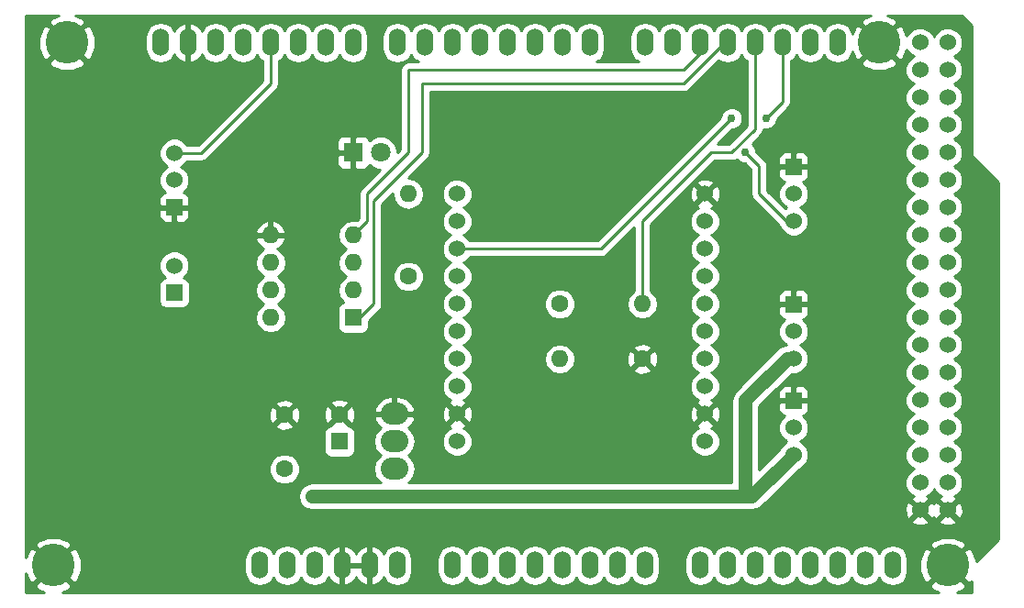
<source format=gbl>
G04 #@! TF.FileFunction,Copper,L2,Bot,Signal*
%FSLAX46Y46*%
G04 Gerber Fmt 4.6, Leading zero omitted, Abs format (unit mm)*
G04 Created by KiCad (PCBNEW 4.0.4-stable) date 2018 February 08, Thursday 23:41:36*
%MOMM*%
%LPD*%
G01*
G04 APERTURE LIST*
%ADD10C,0.100000*%
%ADD11O,1.524000X2.540000*%
%ADD12C,3.937000*%
%ADD13C,1.524000*%
%ADD14C,1.600000*%
%ADD15R,1.600000X1.600000*%
%ADD16R,1.800000X1.800000*%
%ADD17C,1.800000*%
%ADD18R,1.524000X1.524000*%
%ADD19O,1.600000X1.600000*%
%ADD20O,2.540000X2.032000*%
%ADD21C,0.762000*%
%ADD22C,0.254000*%
%ADD23C,1.270000*%
G04 APERTURE END LIST*
D10*
D11*
X207264000Y-40640000D03*
X209804000Y-40640000D03*
X212344000Y-40640000D03*
X214884000Y-40640000D03*
X217424000Y-40640000D03*
X219964000Y-40640000D03*
X222504000Y-40640000D03*
X225044000Y-40640000D03*
X230124000Y-88900000D03*
X227584000Y-88900000D03*
X225044000Y-88900000D03*
X222504000Y-88900000D03*
X212344000Y-88900000D03*
X207264000Y-88900000D03*
X204724000Y-88900000D03*
X214884000Y-88900000D03*
X217424000Y-88900000D03*
X219964000Y-88900000D03*
X202184000Y-88900000D03*
X199644000Y-88900000D03*
X197104000Y-88900000D03*
X189484000Y-88900000D03*
X192024000Y-88900000D03*
X194564000Y-88900000D03*
X184404000Y-88900000D03*
X181864000Y-88900000D03*
X179324000Y-88900000D03*
X174244000Y-88900000D03*
X171704000Y-88900000D03*
X202184000Y-40640000D03*
X199644000Y-40640000D03*
X197104000Y-40640000D03*
X194564000Y-40640000D03*
X192024000Y-40640000D03*
X189484000Y-40640000D03*
X186944000Y-40640000D03*
X184404000Y-40640000D03*
X180340000Y-40640000D03*
X177800000Y-40640000D03*
X175260000Y-40640000D03*
X172720000Y-40640000D03*
X170180000Y-40640000D03*
X167640000Y-40640000D03*
X165100000Y-40640000D03*
X162560000Y-40640000D03*
X176784000Y-88900000D03*
D12*
X235204000Y-88900000D03*
X228854000Y-40640000D03*
X153924000Y-40640000D03*
X152654000Y-88900000D03*
D13*
X232664000Y-43180000D03*
X235204000Y-43180000D03*
X232664000Y-45720000D03*
X235204000Y-45720000D03*
X232664000Y-48260000D03*
X235204000Y-48260000D03*
X232664000Y-50800000D03*
X235204000Y-50800000D03*
X232664000Y-40640000D03*
X235204000Y-40640000D03*
X235204000Y-53340000D03*
X232664000Y-53340000D03*
X232664000Y-55880000D03*
X235204000Y-55880000D03*
X232664000Y-58420000D03*
X235204000Y-58420000D03*
X232664000Y-60960000D03*
X235204000Y-60960000D03*
X232664000Y-63500000D03*
X235204000Y-63500000D03*
X232664000Y-66040000D03*
X235204000Y-66040000D03*
X232664000Y-68580000D03*
X235204000Y-68580000D03*
X232664000Y-71120000D03*
X235204000Y-71120000D03*
X232664000Y-73660000D03*
X235204000Y-73660000D03*
X232664000Y-76200000D03*
X235204000Y-76200000D03*
X232664000Y-78740000D03*
X235204000Y-78740000D03*
X232664000Y-81280000D03*
X235204000Y-81280000D03*
X232664000Y-83820000D03*
X235204000Y-83820000D03*
D14*
X173990000Y-80010000D03*
X173990000Y-75010000D03*
D15*
X179070000Y-77470000D03*
D14*
X179070000Y-74970000D03*
D16*
X180340000Y-50800000D03*
D17*
X182880000Y-50800000D03*
D13*
X189930000Y-54610000D03*
X189930000Y-57150000D03*
X189930000Y-59690000D03*
X189930000Y-62230000D03*
X189930000Y-64770000D03*
X189930000Y-67310000D03*
X189930000Y-69850000D03*
X189930000Y-72390000D03*
X189930000Y-74930000D03*
X189930000Y-77470000D03*
X212790000Y-54610000D03*
X212790000Y-57150000D03*
X212790000Y-59690000D03*
X212790000Y-62230000D03*
X212790000Y-64770000D03*
X212790000Y-67310000D03*
X212790000Y-69850000D03*
X212790000Y-72390000D03*
X212790000Y-74930000D03*
X212790000Y-77470000D03*
X220980000Y-67310000D03*
X220980000Y-69810000D03*
D18*
X220980000Y-64810000D03*
D13*
X220980000Y-76200000D03*
X220980000Y-78700000D03*
D18*
X220980000Y-73700000D03*
D13*
X163830000Y-61230000D03*
D18*
X163830000Y-63730000D03*
D13*
X163830000Y-53340000D03*
X163830000Y-50840000D03*
D18*
X163830000Y-55840000D03*
D13*
X220980000Y-54610000D03*
X220980000Y-57110000D03*
D18*
X220980000Y-52110000D03*
D14*
X199390000Y-64770000D03*
D19*
X207010000Y-64770000D03*
D14*
X207010000Y-69850000D03*
D19*
X199390000Y-69850000D03*
D14*
X185420000Y-62230000D03*
D19*
X185420000Y-54610000D03*
D20*
X184150000Y-77470000D03*
X184150000Y-80010000D03*
X184150000Y-74930000D03*
D15*
X180340000Y-66040000D03*
D19*
X172720000Y-58420000D03*
X180340000Y-63500000D03*
X172720000Y-60960000D03*
X180340000Y-60960000D03*
X172720000Y-63500000D03*
X180340000Y-58420000D03*
X172720000Y-66040000D03*
D21*
X215265000Y-47625000D03*
X218440000Y-47625000D03*
X176530000Y-82550000D03*
X216535000Y-50800000D03*
D22*
X203200000Y-59690000D02*
X189930000Y-59690000D01*
X215265000Y-47625000D02*
X203200000Y-59690000D01*
X219964000Y-40640000D02*
X219964000Y-46101000D01*
X219964000Y-46101000D02*
X218440000Y-47625000D01*
D23*
X216535000Y-82550000D02*
X217130000Y-82550000D01*
X217130000Y-82550000D02*
X220980000Y-78700000D01*
X216535000Y-73660000D02*
X220385000Y-69810000D01*
X216535000Y-82550000D02*
X216535000Y-73660000D01*
X176530000Y-82550000D02*
X216535000Y-82550000D01*
X220385000Y-69810000D02*
X220980000Y-69810000D01*
D22*
X172720000Y-40640000D02*
X172720000Y-44450000D01*
X172720000Y-44450000D02*
X166330000Y-50840000D01*
X166330000Y-50840000D02*
X163830000Y-50840000D01*
X217805000Y-54610000D02*
X220305000Y-57110000D01*
X217805000Y-52070000D02*
X217805000Y-54610000D01*
X216535000Y-50800000D02*
X217805000Y-52070000D01*
X220305000Y-57110000D02*
X220980000Y-57110000D01*
X217424000Y-40640000D02*
X217424000Y-48641000D01*
X217424000Y-48641000D02*
X215265000Y-50800000D01*
X207010000Y-57150000D02*
X207010000Y-64770000D01*
X213360000Y-50800000D02*
X207010000Y-57150000D01*
X215265000Y-50800000D02*
X213360000Y-50800000D01*
X185420000Y-50800000D02*
X181610000Y-54610000D01*
X185420000Y-50800000D02*
X185420000Y-43180000D01*
X185420000Y-43180000D02*
X210820000Y-43180000D01*
X212344000Y-41656000D02*
X210820000Y-43180000D01*
X181610000Y-57150000D02*
X180340000Y-58420000D01*
X181610000Y-54610000D02*
X181610000Y-57150000D01*
X212344000Y-41656000D02*
X212344000Y-40640000D01*
X186690000Y-50800000D02*
X182245000Y-55245000D01*
X214630000Y-40640000D02*
X210820000Y-44450000D01*
X210820000Y-44450000D02*
X186690000Y-44450000D01*
X186690000Y-44450000D02*
X186690000Y-50800000D01*
X214884000Y-40640000D02*
X214630000Y-40640000D01*
X182245000Y-64770000D02*
X180975000Y-66040000D01*
X182245000Y-55245000D02*
X182245000Y-64770000D01*
X180975000Y-66040000D02*
X180340000Y-66040000D01*
G36*
X152468252Y-38420270D02*
X152251323Y-38787718D01*
X153924000Y-40460395D01*
X155596677Y-38787718D01*
X155379748Y-38420270D01*
X154654160Y-38127000D01*
X228106270Y-38127000D01*
X227398252Y-38420270D01*
X227181323Y-38787718D01*
X228854000Y-40460395D01*
X230526677Y-38787718D01*
X230309748Y-38420270D01*
X229584160Y-38127000D01*
X236447394Y-38127000D01*
X237373000Y-39052606D01*
X237373000Y-51000000D01*
X237383006Y-51049410D01*
X237410197Y-51089803D01*
X239873000Y-53552606D01*
X239873000Y-86447394D01*
X237804298Y-88516096D01*
X237802955Y-88359784D01*
X237423730Y-87444252D01*
X237056282Y-87227323D01*
X235383605Y-88900000D01*
X237056282Y-90572677D01*
X237373000Y-90385697D01*
X237373000Y-91373000D01*
X236048299Y-91373000D01*
X236659748Y-91119730D01*
X236876677Y-90752282D01*
X235204000Y-89079605D01*
X233531323Y-90752282D01*
X233748252Y-91119730D01*
X234374874Y-91373000D01*
X153498299Y-91373000D01*
X154109748Y-91119730D01*
X154326677Y-90752282D01*
X152654000Y-89079605D01*
X150981323Y-90752282D01*
X151198252Y-91119730D01*
X151824874Y-91373000D01*
X150127000Y-91373000D01*
X150127000Y-89613931D01*
X150434270Y-90355748D01*
X150801718Y-90572677D01*
X152474395Y-88900000D01*
X152833605Y-88900000D01*
X154506282Y-90572677D01*
X154873730Y-90355748D01*
X155261853Y-89395482D01*
X155252955Y-88359784D01*
X155250841Y-88354679D01*
X170307000Y-88354679D01*
X170307000Y-89445321D01*
X170413340Y-89979930D01*
X170716172Y-90433149D01*
X171169391Y-90735981D01*
X171704000Y-90842321D01*
X172238609Y-90735981D01*
X172691828Y-90433149D01*
X172974000Y-90010850D01*
X173256172Y-90433149D01*
X173709391Y-90735981D01*
X174244000Y-90842321D01*
X174778609Y-90735981D01*
X175231828Y-90433149D01*
X175514000Y-90010850D01*
X175796172Y-90433149D01*
X176249391Y-90735981D01*
X176784000Y-90842321D01*
X177318609Y-90735981D01*
X177771828Y-90433149D01*
X178063330Y-89996887D01*
X178081941Y-90059941D01*
X178425974Y-90485630D01*
X178906723Y-90747260D01*
X178980930Y-90762220D01*
X179197000Y-90639720D01*
X179197000Y-89027000D01*
X179451000Y-89027000D01*
X179451000Y-90639720D01*
X179667070Y-90762220D01*
X179741277Y-90747260D01*
X180222026Y-90485630D01*
X180566059Y-90059941D01*
X180594000Y-89965277D01*
X180621941Y-90059941D01*
X180965974Y-90485630D01*
X181446723Y-90747260D01*
X181520930Y-90762220D01*
X181737000Y-90639720D01*
X181737000Y-89027000D01*
X179451000Y-89027000D01*
X179197000Y-89027000D01*
X179177000Y-89027000D01*
X179177000Y-88773000D01*
X179197000Y-88773000D01*
X179197000Y-87160280D01*
X179451000Y-87160280D01*
X179451000Y-88773000D01*
X181737000Y-88773000D01*
X181737000Y-87160280D01*
X181991000Y-87160280D01*
X181991000Y-88773000D01*
X182011000Y-88773000D01*
X182011000Y-89027000D01*
X181991000Y-89027000D01*
X181991000Y-90639720D01*
X182207070Y-90762220D01*
X182281277Y-90747260D01*
X182762026Y-90485630D01*
X183106059Y-90059941D01*
X183124670Y-89996887D01*
X183416172Y-90433149D01*
X183869391Y-90735981D01*
X184404000Y-90842321D01*
X184938609Y-90735981D01*
X185391828Y-90433149D01*
X185694660Y-89979930D01*
X185801000Y-89445321D01*
X185801000Y-88354679D01*
X188087000Y-88354679D01*
X188087000Y-89445321D01*
X188193340Y-89979930D01*
X188496172Y-90433149D01*
X188949391Y-90735981D01*
X189484000Y-90842321D01*
X190018609Y-90735981D01*
X190471828Y-90433149D01*
X190754000Y-90010850D01*
X191036172Y-90433149D01*
X191489391Y-90735981D01*
X192024000Y-90842321D01*
X192558609Y-90735981D01*
X193011828Y-90433149D01*
X193294000Y-90010850D01*
X193576172Y-90433149D01*
X194029391Y-90735981D01*
X194564000Y-90842321D01*
X195098609Y-90735981D01*
X195551828Y-90433149D01*
X195834000Y-90010850D01*
X196116172Y-90433149D01*
X196569391Y-90735981D01*
X197104000Y-90842321D01*
X197638609Y-90735981D01*
X198091828Y-90433149D01*
X198374000Y-90010850D01*
X198656172Y-90433149D01*
X199109391Y-90735981D01*
X199644000Y-90842321D01*
X200178609Y-90735981D01*
X200631828Y-90433149D01*
X200914000Y-90010850D01*
X201196172Y-90433149D01*
X201649391Y-90735981D01*
X202184000Y-90842321D01*
X202718609Y-90735981D01*
X203171828Y-90433149D01*
X203454000Y-90010850D01*
X203736172Y-90433149D01*
X204189391Y-90735981D01*
X204724000Y-90842321D01*
X205258609Y-90735981D01*
X205711828Y-90433149D01*
X205994000Y-90010850D01*
X206276172Y-90433149D01*
X206729391Y-90735981D01*
X207264000Y-90842321D01*
X207798609Y-90735981D01*
X208251828Y-90433149D01*
X208554660Y-89979930D01*
X208661000Y-89445321D01*
X208661000Y-88354679D01*
X210947000Y-88354679D01*
X210947000Y-89445321D01*
X211053340Y-89979930D01*
X211356172Y-90433149D01*
X211809391Y-90735981D01*
X212344000Y-90842321D01*
X212878609Y-90735981D01*
X213331828Y-90433149D01*
X213614000Y-90010850D01*
X213896172Y-90433149D01*
X214349391Y-90735981D01*
X214884000Y-90842321D01*
X215418609Y-90735981D01*
X215871828Y-90433149D01*
X216154000Y-90010850D01*
X216436172Y-90433149D01*
X216889391Y-90735981D01*
X217424000Y-90842321D01*
X217958609Y-90735981D01*
X218411828Y-90433149D01*
X218694000Y-90010850D01*
X218976172Y-90433149D01*
X219429391Y-90735981D01*
X219964000Y-90842321D01*
X220498609Y-90735981D01*
X220951828Y-90433149D01*
X221234000Y-90010850D01*
X221516172Y-90433149D01*
X221969391Y-90735981D01*
X222504000Y-90842321D01*
X223038609Y-90735981D01*
X223491828Y-90433149D01*
X223774000Y-90010850D01*
X224056172Y-90433149D01*
X224509391Y-90735981D01*
X225044000Y-90842321D01*
X225578609Y-90735981D01*
X226031828Y-90433149D01*
X226314000Y-90010850D01*
X226596172Y-90433149D01*
X227049391Y-90735981D01*
X227584000Y-90842321D01*
X228118609Y-90735981D01*
X228571828Y-90433149D01*
X228854000Y-90010850D01*
X229136172Y-90433149D01*
X229589391Y-90735981D01*
X230124000Y-90842321D01*
X230658609Y-90735981D01*
X231111828Y-90433149D01*
X231414660Y-89979930D01*
X231521000Y-89445321D01*
X231521000Y-88404518D01*
X232596147Y-88404518D01*
X232605045Y-89440216D01*
X232984270Y-90355748D01*
X233351718Y-90572677D01*
X235024395Y-88900000D01*
X233351718Y-87227323D01*
X232984270Y-87444252D01*
X232596147Y-88404518D01*
X231521000Y-88404518D01*
X231521000Y-88354679D01*
X231414660Y-87820070D01*
X231111828Y-87366851D01*
X230658609Y-87064019D01*
X230576659Y-87047718D01*
X233531323Y-87047718D01*
X235204000Y-88720395D01*
X236876677Y-87047718D01*
X236659748Y-86680270D01*
X235699482Y-86292147D01*
X234663784Y-86301045D01*
X233748252Y-86680270D01*
X233531323Y-87047718D01*
X230576659Y-87047718D01*
X230124000Y-86957679D01*
X229589391Y-87064019D01*
X229136172Y-87366851D01*
X228854000Y-87789150D01*
X228571828Y-87366851D01*
X228118609Y-87064019D01*
X227584000Y-86957679D01*
X227049391Y-87064019D01*
X226596172Y-87366851D01*
X226314000Y-87789150D01*
X226031828Y-87366851D01*
X225578609Y-87064019D01*
X225044000Y-86957679D01*
X224509391Y-87064019D01*
X224056172Y-87366851D01*
X223774000Y-87789150D01*
X223491828Y-87366851D01*
X223038609Y-87064019D01*
X222504000Y-86957679D01*
X221969391Y-87064019D01*
X221516172Y-87366851D01*
X221234000Y-87789150D01*
X220951828Y-87366851D01*
X220498609Y-87064019D01*
X219964000Y-86957679D01*
X219429391Y-87064019D01*
X218976172Y-87366851D01*
X218694000Y-87789150D01*
X218411828Y-87366851D01*
X217958609Y-87064019D01*
X217424000Y-86957679D01*
X216889391Y-87064019D01*
X216436172Y-87366851D01*
X216154000Y-87789150D01*
X215871828Y-87366851D01*
X215418609Y-87064019D01*
X214884000Y-86957679D01*
X214349391Y-87064019D01*
X213896172Y-87366851D01*
X213614000Y-87789150D01*
X213331828Y-87366851D01*
X212878609Y-87064019D01*
X212344000Y-86957679D01*
X211809391Y-87064019D01*
X211356172Y-87366851D01*
X211053340Y-87820070D01*
X210947000Y-88354679D01*
X208661000Y-88354679D01*
X208554660Y-87820070D01*
X208251828Y-87366851D01*
X207798609Y-87064019D01*
X207264000Y-86957679D01*
X206729391Y-87064019D01*
X206276172Y-87366851D01*
X205994000Y-87789150D01*
X205711828Y-87366851D01*
X205258609Y-87064019D01*
X204724000Y-86957679D01*
X204189391Y-87064019D01*
X203736172Y-87366851D01*
X203454000Y-87789150D01*
X203171828Y-87366851D01*
X202718609Y-87064019D01*
X202184000Y-86957679D01*
X201649391Y-87064019D01*
X201196172Y-87366851D01*
X200914000Y-87789150D01*
X200631828Y-87366851D01*
X200178609Y-87064019D01*
X199644000Y-86957679D01*
X199109391Y-87064019D01*
X198656172Y-87366851D01*
X198374000Y-87789150D01*
X198091828Y-87366851D01*
X197638609Y-87064019D01*
X197104000Y-86957679D01*
X196569391Y-87064019D01*
X196116172Y-87366851D01*
X195834000Y-87789150D01*
X195551828Y-87366851D01*
X195098609Y-87064019D01*
X194564000Y-86957679D01*
X194029391Y-87064019D01*
X193576172Y-87366851D01*
X193294000Y-87789150D01*
X193011828Y-87366851D01*
X192558609Y-87064019D01*
X192024000Y-86957679D01*
X191489391Y-87064019D01*
X191036172Y-87366851D01*
X190754000Y-87789150D01*
X190471828Y-87366851D01*
X190018609Y-87064019D01*
X189484000Y-86957679D01*
X188949391Y-87064019D01*
X188496172Y-87366851D01*
X188193340Y-87820070D01*
X188087000Y-88354679D01*
X185801000Y-88354679D01*
X185694660Y-87820070D01*
X185391828Y-87366851D01*
X184938609Y-87064019D01*
X184404000Y-86957679D01*
X183869391Y-87064019D01*
X183416172Y-87366851D01*
X183124670Y-87803113D01*
X183106059Y-87740059D01*
X182762026Y-87314370D01*
X182281277Y-87052740D01*
X182207070Y-87037780D01*
X181991000Y-87160280D01*
X181737000Y-87160280D01*
X181520930Y-87037780D01*
X181446723Y-87052740D01*
X180965974Y-87314370D01*
X180621941Y-87740059D01*
X180594000Y-87834723D01*
X180566059Y-87740059D01*
X180222026Y-87314370D01*
X179741277Y-87052740D01*
X179667070Y-87037780D01*
X179451000Y-87160280D01*
X179197000Y-87160280D01*
X178980930Y-87037780D01*
X178906723Y-87052740D01*
X178425974Y-87314370D01*
X178081941Y-87740059D01*
X178063330Y-87803113D01*
X177771828Y-87366851D01*
X177318609Y-87064019D01*
X176784000Y-86957679D01*
X176249391Y-87064019D01*
X175796172Y-87366851D01*
X175514000Y-87789150D01*
X175231828Y-87366851D01*
X174778609Y-87064019D01*
X174244000Y-86957679D01*
X173709391Y-87064019D01*
X173256172Y-87366851D01*
X172974000Y-87789150D01*
X172691828Y-87366851D01*
X172238609Y-87064019D01*
X171704000Y-86957679D01*
X171169391Y-87064019D01*
X170716172Y-87366851D01*
X170413340Y-87820070D01*
X170307000Y-88354679D01*
X155250841Y-88354679D01*
X154873730Y-87444252D01*
X154506282Y-87227323D01*
X152833605Y-88900000D01*
X152474395Y-88900000D01*
X150801718Y-87227323D01*
X150434270Y-87444252D01*
X150127000Y-88204477D01*
X150127000Y-87047718D01*
X150981323Y-87047718D01*
X152654000Y-88720395D01*
X154326677Y-87047718D01*
X154109748Y-86680270D01*
X153149482Y-86292147D01*
X152113784Y-86301045D01*
X151198252Y-86680270D01*
X150981323Y-87047718D01*
X150127000Y-87047718D01*
X150127000Y-84800213D01*
X231863392Y-84800213D01*
X231932857Y-85042397D01*
X232456302Y-85229144D01*
X233011368Y-85201362D01*
X233395143Y-85042397D01*
X233464608Y-84800213D01*
X234403392Y-84800213D01*
X234472857Y-85042397D01*
X234996302Y-85229144D01*
X235551368Y-85201362D01*
X235935143Y-85042397D01*
X236004608Y-84800213D01*
X235204000Y-83999605D01*
X234403392Y-84800213D01*
X233464608Y-84800213D01*
X232664000Y-83999605D01*
X231863392Y-84800213D01*
X150127000Y-84800213D01*
X150127000Y-82550000D01*
X175260000Y-82550000D01*
X175356673Y-83036008D01*
X175631974Y-83448026D01*
X176043992Y-83723327D01*
X176530000Y-83820000D01*
X217129995Y-83820000D01*
X217130000Y-83820001D01*
X217616008Y-83723327D01*
X217782169Y-83612302D01*
X231254856Y-83612302D01*
X231282638Y-84167368D01*
X231441603Y-84551143D01*
X231683787Y-84620608D01*
X232484395Y-83820000D01*
X232843605Y-83820000D01*
X233644213Y-84620608D01*
X233886397Y-84551143D01*
X233930453Y-84427656D01*
X233981603Y-84551143D01*
X234223787Y-84620608D01*
X235024395Y-83820000D01*
X235383605Y-83820000D01*
X236184213Y-84620608D01*
X236426397Y-84551143D01*
X236613144Y-84027698D01*
X236585362Y-83472632D01*
X236426397Y-83088857D01*
X236184213Y-83019392D01*
X235383605Y-83820000D01*
X235024395Y-83820000D01*
X234223787Y-83019392D01*
X233981603Y-83088857D01*
X233937547Y-83212344D01*
X233886397Y-83088857D01*
X233644213Y-83019392D01*
X232843605Y-83820000D01*
X232484395Y-83820000D01*
X231683787Y-83019392D01*
X231441603Y-83088857D01*
X231254856Y-83612302D01*
X217782169Y-83612302D01*
X218028026Y-83448026D01*
X221464817Y-80011234D01*
X221770303Y-79885010D01*
X222163629Y-79492370D01*
X222376757Y-78979100D01*
X222377242Y-78423339D01*
X222165010Y-77909697D01*
X221772370Y-77516371D01*
X221612772Y-77450100D01*
X221770303Y-77385010D01*
X222163629Y-76992370D01*
X222376757Y-76479100D01*
X222377242Y-75923339D01*
X222165010Y-75409697D01*
X221852858Y-75097000D01*
X221868310Y-75097000D01*
X222101699Y-75000327D01*
X222280327Y-74821698D01*
X222377000Y-74588309D01*
X222377000Y-73985750D01*
X222218250Y-73827000D01*
X221107000Y-73827000D01*
X221107000Y-73847000D01*
X220853000Y-73847000D01*
X220853000Y-73827000D01*
X219741750Y-73827000D01*
X219583000Y-73985750D01*
X219583000Y-74588309D01*
X219679673Y-74821698D01*
X219858301Y-75000327D01*
X220091690Y-75097000D01*
X220107544Y-75097000D01*
X219796371Y-75407630D01*
X219583243Y-75920900D01*
X219582758Y-76476661D01*
X219794990Y-76990303D01*
X220187630Y-77383629D01*
X220347228Y-77449900D01*
X220189697Y-77514990D01*
X219796371Y-77907630D01*
X219668592Y-78215357D01*
X217805000Y-80078948D01*
X217805000Y-74186052D01*
X219179360Y-72811691D01*
X219583000Y-72811691D01*
X219583000Y-73414250D01*
X219741750Y-73573000D01*
X220853000Y-73573000D01*
X220853000Y-72461750D01*
X221107000Y-72461750D01*
X221107000Y-73573000D01*
X222218250Y-73573000D01*
X222377000Y-73414250D01*
X222377000Y-72811691D01*
X222280327Y-72578302D01*
X222101699Y-72399673D01*
X221868310Y-72303000D01*
X221265750Y-72303000D01*
X221107000Y-72461750D01*
X220853000Y-72461750D01*
X220694250Y-72303000D01*
X220091690Y-72303000D01*
X219858301Y-72399673D01*
X219679673Y-72578302D01*
X219583000Y-72811691D01*
X219179360Y-72811691D01*
X220784221Y-71206830D01*
X221256661Y-71207242D01*
X221770303Y-70995010D01*
X222163629Y-70602370D01*
X222376757Y-70089100D01*
X222377242Y-69533339D01*
X222165010Y-69019697D01*
X221772370Y-68626371D01*
X221612772Y-68560100D01*
X221770303Y-68495010D01*
X222163629Y-68102370D01*
X222376757Y-67589100D01*
X222377242Y-67033339D01*
X222165010Y-66519697D01*
X221852858Y-66207000D01*
X221868310Y-66207000D01*
X222101699Y-66110327D01*
X222280327Y-65931698D01*
X222377000Y-65698309D01*
X222377000Y-65095750D01*
X222218250Y-64937000D01*
X221107000Y-64937000D01*
X221107000Y-64957000D01*
X220853000Y-64957000D01*
X220853000Y-64937000D01*
X219741750Y-64937000D01*
X219583000Y-65095750D01*
X219583000Y-65698309D01*
X219679673Y-65931698D01*
X219858301Y-66110327D01*
X220091690Y-66207000D01*
X220107544Y-66207000D01*
X219796371Y-66517630D01*
X219583243Y-67030900D01*
X219582758Y-67586661D01*
X219794990Y-68100303D01*
X220187630Y-68493629D01*
X220327059Y-68551525D01*
X219898992Y-68636673D01*
X219486974Y-68911974D01*
X219486972Y-68911977D01*
X215636974Y-72761974D01*
X215361673Y-73173992D01*
X215264999Y-73660000D01*
X215265000Y-73660005D01*
X215265000Y-81280000D01*
X185455252Y-81280000D01*
X185608754Y-81177433D01*
X185966646Y-80641810D01*
X186092321Y-80010000D01*
X185966646Y-79378190D01*
X185608754Y-78842567D01*
X185455252Y-78740000D01*
X185608754Y-78637433D01*
X185966646Y-78101810D01*
X186037289Y-77746661D01*
X188532758Y-77746661D01*
X188744990Y-78260303D01*
X189137630Y-78653629D01*
X189650900Y-78866757D01*
X190206661Y-78867242D01*
X190720303Y-78655010D01*
X191113629Y-78262370D01*
X191326757Y-77749100D01*
X191326759Y-77746661D01*
X211392758Y-77746661D01*
X211604990Y-78260303D01*
X211997630Y-78653629D01*
X212510900Y-78866757D01*
X213066661Y-78867242D01*
X213580303Y-78655010D01*
X213973629Y-78262370D01*
X214186757Y-77749100D01*
X214187242Y-77193339D01*
X213975010Y-76679697D01*
X213582370Y-76286371D01*
X213390273Y-76206605D01*
X213521143Y-76152397D01*
X213590608Y-75910213D01*
X212790000Y-75109605D01*
X211989392Y-75910213D01*
X212058857Y-76152397D01*
X212199318Y-76202509D01*
X211999697Y-76284990D01*
X211606371Y-76677630D01*
X211393243Y-77190900D01*
X211392758Y-77746661D01*
X191326759Y-77746661D01*
X191327242Y-77193339D01*
X191115010Y-76679697D01*
X190722370Y-76286371D01*
X190530273Y-76206605D01*
X190661143Y-76152397D01*
X190730608Y-75910213D01*
X189930000Y-75109605D01*
X189129392Y-75910213D01*
X189198857Y-76152397D01*
X189339318Y-76202509D01*
X189139697Y-76284990D01*
X188746371Y-76677630D01*
X188533243Y-77190900D01*
X188532758Y-77746661D01*
X186037289Y-77746661D01*
X186092321Y-77470000D01*
X185966646Y-76838190D01*
X185608754Y-76302567D01*
X185434219Y-76185946D01*
X185661236Y-76007630D01*
X185977926Y-75444477D01*
X186009975Y-75312944D01*
X185890836Y-75057000D01*
X184277000Y-75057000D01*
X184277000Y-75077000D01*
X184023000Y-75077000D01*
X184023000Y-75057000D01*
X182409164Y-75057000D01*
X182290025Y-75312944D01*
X182322074Y-75444477D01*
X182638764Y-76007630D01*
X182865781Y-76185946D01*
X182691246Y-76302567D01*
X182333354Y-76838190D01*
X182207679Y-77470000D01*
X182333354Y-78101810D01*
X182691246Y-78637433D01*
X182844748Y-78740000D01*
X182691246Y-78842567D01*
X182333354Y-79378190D01*
X182207679Y-80010000D01*
X182333354Y-80641810D01*
X182691246Y-81177433D01*
X182844748Y-81280000D01*
X176530000Y-81280000D01*
X176043992Y-81376673D01*
X175631974Y-81651974D01*
X175356673Y-82063992D01*
X175260000Y-82550000D01*
X150127000Y-82550000D01*
X150127000Y-80294187D01*
X172554752Y-80294187D01*
X172772757Y-80821800D01*
X173176077Y-81225824D01*
X173703309Y-81444750D01*
X174274187Y-81445248D01*
X174801800Y-81227243D01*
X175205824Y-80823923D01*
X175424750Y-80296691D01*
X175425248Y-79725813D01*
X175207243Y-79198200D01*
X174803923Y-78794176D01*
X174276691Y-78575250D01*
X173705813Y-78574752D01*
X173178200Y-78792757D01*
X172774176Y-79196077D01*
X172555250Y-79723309D01*
X172554752Y-80294187D01*
X150127000Y-80294187D01*
X150127000Y-76670000D01*
X177622560Y-76670000D01*
X177622560Y-78270000D01*
X177666838Y-78505317D01*
X177805910Y-78721441D01*
X178018110Y-78866431D01*
X178270000Y-78917440D01*
X179870000Y-78917440D01*
X180105317Y-78873162D01*
X180321441Y-78734090D01*
X180466431Y-78521890D01*
X180517440Y-78270000D01*
X180517440Y-76670000D01*
X180473162Y-76434683D01*
X180334090Y-76218559D01*
X180121890Y-76073569D01*
X179883799Y-76025354D01*
X179898139Y-75977745D01*
X179070000Y-75149605D01*
X178241861Y-75977745D01*
X178256145Y-76025167D01*
X178034683Y-76066838D01*
X177818559Y-76205910D01*
X177673569Y-76418110D01*
X177622560Y-76670000D01*
X150127000Y-76670000D01*
X150127000Y-76017745D01*
X173161861Y-76017745D01*
X173235995Y-76263864D01*
X173773223Y-76456965D01*
X174343454Y-76429778D01*
X174744005Y-76263864D01*
X174818139Y-76017745D01*
X173990000Y-75189605D01*
X173161861Y-76017745D01*
X150127000Y-76017745D01*
X150127000Y-74793223D01*
X172543035Y-74793223D01*
X172570222Y-75363454D01*
X172736136Y-75764005D01*
X172982255Y-75838139D01*
X173810395Y-75010000D01*
X174169605Y-75010000D01*
X174997745Y-75838139D01*
X175243864Y-75764005D01*
X175436965Y-75226777D01*
X175414388Y-74753223D01*
X177623035Y-74753223D01*
X177650222Y-75323454D01*
X177816136Y-75724005D01*
X178062255Y-75798139D01*
X178890395Y-74970000D01*
X179249605Y-74970000D01*
X180077745Y-75798139D01*
X180323864Y-75724005D01*
X180516965Y-75186777D01*
X180489778Y-74616546D01*
X180460995Y-74547056D01*
X182290025Y-74547056D01*
X182409164Y-74803000D01*
X184023000Y-74803000D01*
X184023000Y-73279000D01*
X184277000Y-73279000D01*
X184277000Y-74803000D01*
X185890836Y-74803000D01*
X185928399Y-74722302D01*
X188520856Y-74722302D01*
X188548638Y-75277368D01*
X188707603Y-75661143D01*
X188949787Y-75730608D01*
X189750395Y-74930000D01*
X190109605Y-74930000D01*
X190910213Y-75730608D01*
X191152397Y-75661143D01*
X191339144Y-75137698D01*
X191318353Y-74722302D01*
X211380856Y-74722302D01*
X211408638Y-75277368D01*
X211567603Y-75661143D01*
X211809787Y-75730608D01*
X212610395Y-74930000D01*
X212969605Y-74930000D01*
X213770213Y-75730608D01*
X214012397Y-75661143D01*
X214199144Y-75137698D01*
X214171362Y-74582632D01*
X214012397Y-74198857D01*
X213770213Y-74129392D01*
X212969605Y-74930000D01*
X212610395Y-74930000D01*
X211809787Y-74129392D01*
X211567603Y-74198857D01*
X211380856Y-74722302D01*
X191318353Y-74722302D01*
X191311362Y-74582632D01*
X191152397Y-74198857D01*
X190910213Y-74129392D01*
X190109605Y-74930000D01*
X189750395Y-74930000D01*
X188949787Y-74129392D01*
X188707603Y-74198857D01*
X188520856Y-74722302D01*
X185928399Y-74722302D01*
X186009975Y-74547056D01*
X185977926Y-74415523D01*
X185661236Y-73852370D01*
X185153143Y-73453276D01*
X184531000Y-73279000D01*
X184277000Y-73279000D01*
X184023000Y-73279000D01*
X183769000Y-73279000D01*
X183146857Y-73453276D01*
X182638764Y-73852370D01*
X182322074Y-74415523D01*
X182290025Y-74547056D01*
X180460995Y-74547056D01*
X180323864Y-74215995D01*
X180077745Y-74141861D01*
X179249605Y-74970000D01*
X178890395Y-74970000D01*
X178062255Y-74141861D01*
X177816136Y-74215995D01*
X177623035Y-74753223D01*
X175414388Y-74753223D01*
X175409778Y-74656546D01*
X175243864Y-74255995D01*
X174997745Y-74181861D01*
X174169605Y-75010000D01*
X173810395Y-75010000D01*
X172982255Y-74181861D01*
X172736136Y-74255995D01*
X172543035Y-74793223D01*
X150127000Y-74793223D01*
X150127000Y-74002255D01*
X173161861Y-74002255D01*
X173990000Y-74830395D01*
X174818139Y-74002255D01*
X174806091Y-73962255D01*
X178241861Y-73962255D01*
X179070000Y-74790395D01*
X179898139Y-73962255D01*
X179824005Y-73716136D01*
X179286777Y-73523035D01*
X178716546Y-73550222D01*
X178315995Y-73716136D01*
X178241861Y-73962255D01*
X174806091Y-73962255D01*
X174744005Y-73756136D01*
X174206777Y-73563035D01*
X173636546Y-73590222D01*
X173235995Y-73756136D01*
X173161861Y-74002255D01*
X150127000Y-74002255D01*
X150127000Y-62968000D01*
X162420560Y-62968000D01*
X162420560Y-64492000D01*
X162464838Y-64727317D01*
X162603910Y-64943441D01*
X162816110Y-65088431D01*
X163068000Y-65139440D01*
X164592000Y-65139440D01*
X164827317Y-65095162D01*
X165043441Y-64956090D01*
X165188431Y-64743890D01*
X165239440Y-64492000D01*
X165239440Y-62968000D01*
X165195162Y-62732683D01*
X165056090Y-62516559D01*
X164843890Y-62371569D01*
X164694188Y-62341254D01*
X165013629Y-62022370D01*
X165226757Y-61509100D01*
X165227236Y-60960000D01*
X171256887Y-60960000D01*
X171366120Y-61509151D01*
X171677189Y-61974698D01*
X172059275Y-62230000D01*
X171677189Y-62485302D01*
X171366120Y-62950849D01*
X171256887Y-63500000D01*
X171366120Y-64049151D01*
X171677189Y-64514698D01*
X172059275Y-64770000D01*
X171677189Y-65025302D01*
X171366120Y-65490849D01*
X171256887Y-66040000D01*
X171366120Y-66589151D01*
X171677189Y-67054698D01*
X172142736Y-67365767D01*
X172691887Y-67475000D01*
X172748113Y-67475000D01*
X173297264Y-67365767D01*
X173762811Y-67054698D01*
X174073880Y-66589151D01*
X174183113Y-66040000D01*
X174073880Y-65490849D01*
X173762811Y-65025302D01*
X173380725Y-64770000D01*
X173762811Y-64514698D01*
X174073880Y-64049151D01*
X174183113Y-63500000D01*
X174073880Y-62950849D01*
X173762811Y-62485302D01*
X173380725Y-62230000D01*
X173762811Y-61974698D01*
X174073880Y-61509151D01*
X174183113Y-60960000D01*
X174073880Y-60410849D01*
X173762811Y-59945302D01*
X173358297Y-59675014D01*
X173575134Y-59572389D01*
X173951041Y-59157423D01*
X174111904Y-58769039D01*
X173989915Y-58547000D01*
X172847000Y-58547000D01*
X172847000Y-58567000D01*
X172593000Y-58567000D01*
X172593000Y-58547000D01*
X171450085Y-58547000D01*
X171328096Y-58769039D01*
X171488959Y-59157423D01*
X171864866Y-59572389D01*
X172081703Y-59675014D01*
X171677189Y-59945302D01*
X171366120Y-60410849D01*
X171256887Y-60960000D01*
X165227236Y-60960000D01*
X165227242Y-60953339D01*
X165015010Y-60439697D01*
X164622370Y-60046371D01*
X164109100Y-59833243D01*
X163553339Y-59832758D01*
X163039697Y-60044990D01*
X162646371Y-60437630D01*
X162433243Y-60950900D01*
X162432758Y-61506661D01*
X162644990Y-62020303D01*
X162964217Y-62340088D01*
X162832683Y-62364838D01*
X162616559Y-62503910D01*
X162471569Y-62716110D01*
X162420560Y-62968000D01*
X150127000Y-62968000D01*
X150127000Y-58420000D01*
X178876887Y-58420000D01*
X178986120Y-58969151D01*
X179297189Y-59434698D01*
X179679275Y-59690000D01*
X179297189Y-59945302D01*
X178986120Y-60410849D01*
X178876887Y-60960000D01*
X178986120Y-61509151D01*
X179297189Y-61974698D01*
X179679275Y-62230000D01*
X179297189Y-62485302D01*
X178986120Y-62950849D01*
X178876887Y-63500000D01*
X178986120Y-64049151D01*
X179297189Y-64514698D01*
X179441465Y-64611101D01*
X179304683Y-64636838D01*
X179088559Y-64775910D01*
X178943569Y-64988110D01*
X178892560Y-65240000D01*
X178892560Y-66840000D01*
X178936838Y-67075317D01*
X179075910Y-67291441D01*
X179288110Y-67436431D01*
X179540000Y-67487440D01*
X181140000Y-67487440D01*
X181375317Y-67443162D01*
X181591441Y-67304090D01*
X181736431Y-67091890D01*
X181787440Y-66840000D01*
X181787440Y-66305190D01*
X182783815Y-65308816D01*
X182948996Y-65061605D01*
X182956217Y-65025302D01*
X183007000Y-64770000D01*
X183007000Y-62514187D01*
X183984752Y-62514187D01*
X184202757Y-63041800D01*
X184606077Y-63445824D01*
X185133309Y-63664750D01*
X185704187Y-63665248D01*
X186231800Y-63447243D01*
X186635824Y-63043923D01*
X186854750Y-62516691D01*
X186855248Y-61945813D01*
X186637243Y-61418200D01*
X186233923Y-61014176D01*
X185706691Y-60795250D01*
X185135813Y-60794752D01*
X184608200Y-61012757D01*
X184204176Y-61416077D01*
X183985250Y-61943309D01*
X183984752Y-62514187D01*
X183007000Y-62514187D01*
X183007000Y-55560630D01*
X183985000Y-54582630D01*
X183985000Y-54638113D01*
X184094233Y-55187264D01*
X184405302Y-55652811D01*
X184870849Y-55963880D01*
X185420000Y-56073113D01*
X185969151Y-55963880D01*
X186434698Y-55652811D01*
X186745767Y-55187264D01*
X186855000Y-54638113D01*
X186855000Y-54581887D01*
X186745767Y-54032736D01*
X186434698Y-53567189D01*
X185969151Y-53256120D01*
X185420620Y-53147010D01*
X187228815Y-51338816D01*
X187393996Y-51091605D01*
X187414544Y-50988302D01*
X187452000Y-50800000D01*
X187452000Y-45212000D01*
X210820000Y-45212000D01*
X211111605Y-45153996D01*
X211358815Y-44988815D01*
X214063006Y-42284624D01*
X214349391Y-42475981D01*
X214884000Y-42582321D01*
X215418609Y-42475981D01*
X215871828Y-42173149D01*
X216154000Y-41750850D01*
X216436172Y-42173149D01*
X216662000Y-42324043D01*
X216662000Y-48325370D01*
X214949370Y-50038000D01*
X213929631Y-50038000D01*
X215326577Y-48641054D01*
X215466208Y-48641176D01*
X215839766Y-48486825D01*
X216125821Y-48201269D01*
X216280824Y-47827982D01*
X216281176Y-47423792D01*
X216126825Y-47050234D01*
X215841269Y-46764179D01*
X215467982Y-46609176D01*
X215063792Y-46608824D01*
X214690234Y-46763175D01*
X214404179Y-47048731D01*
X214249176Y-47422018D01*
X214249053Y-47563316D01*
X202884370Y-58928000D01*
X191126705Y-58928000D01*
X191115010Y-58899697D01*
X190722370Y-58506371D01*
X190514488Y-58420051D01*
X190720303Y-58335010D01*
X191113629Y-57942370D01*
X191326757Y-57429100D01*
X191327242Y-56873339D01*
X191115010Y-56359697D01*
X190722370Y-55966371D01*
X190514488Y-55880051D01*
X190720303Y-55795010D01*
X191113629Y-55402370D01*
X191326757Y-54889100D01*
X191327242Y-54333339D01*
X191115010Y-53819697D01*
X190722370Y-53426371D01*
X190209100Y-53213243D01*
X189653339Y-53212758D01*
X189139697Y-53424990D01*
X188746371Y-53817630D01*
X188533243Y-54330900D01*
X188532758Y-54886661D01*
X188744990Y-55400303D01*
X189137630Y-55793629D01*
X189345512Y-55879949D01*
X189139697Y-55964990D01*
X188746371Y-56357630D01*
X188533243Y-56870900D01*
X188532758Y-57426661D01*
X188744990Y-57940303D01*
X189137630Y-58333629D01*
X189345512Y-58419949D01*
X189139697Y-58504990D01*
X188746371Y-58897630D01*
X188533243Y-59410900D01*
X188532758Y-59966661D01*
X188744990Y-60480303D01*
X189137630Y-60873629D01*
X189345512Y-60959949D01*
X189139697Y-61044990D01*
X188746371Y-61437630D01*
X188533243Y-61950900D01*
X188532758Y-62506661D01*
X188744990Y-63020303D01*
X189137630Y-63413629D01*
X189345512Y-63499949D01*
X189139697Y-63584990D01*
X188746371Y-63977630D01*
X188533243Y-64490900D01*
X188532758Y-65046661D01*
X188744990Y-65560303D01*
X189137630Y-65953629D01*
X189345512Y-66039949D01*
X189139697Y-66124990D01*
X188746371Y-66517630D01*
X188533243Y-67030900D01*
X188532758Y-67586661D01*
X188744990Y-68100303D01*
X189137630Y-68493629D01*
X189345512Y-68579949D01*
X189139697Y-68664990D01*
X188746371Y-69057630D01*
X188533243Y-69570900D01*
X188532758Y-70126661D01*
X188744990Y-70640303D01*
X189137630Y-71033629D01*
X189345512Y-71119949D01*
X189139697Y-71204990D01*
X188746371Y-71597630D01*
X188533243Y-72110900D01*
X188532758Y-72666661D01*
X188744990Y-73180303D01*
X189137630Y-73573629D01*
X189329727Y-73653395D01*
X189198857Y-73707603D01*
X189129392Y-73949787D01*
X189930000Y-74750395D01*
X190730608Y-73949787D01*
X190661143Y-73707603D01*
X190520682Y-73657491D01*
X190720303Y-73575010D01*
X191113629Y-73182370D01*
X191326757Y-72669100D01*
X191327242Y-72113339D01*
X191115010Y-71599697D01*
X190722370Y-71206371D01*
X190514488Y-71120051D01*
X190720303Y-71035010D01*
X191113629Y-70642370D01*
X191326757Y-70129100D01*
X191327000Y-69850000D01*
X197926887Y-69850000D01*
X198036120Y-70399151D01*
X198347189Y-70864698D01*
X198812736Y-71175767D01*
X199361887Y-71285000D01*
X199418113Y-71285000D01*
X199967264Y-71175767D01*
X200432811Y-70864698D01*
X200437456Y-70857745D01*
X206181861Y-70857745D01*
X206255995Y-71103864D01*
X206793223Y-71296965D01*
X207363454Y-71269778D01*
X207764005Y-71103864D01*
X207838139Y-70857745D01*
X207010000Y-70029605D01*
X206181861Y-70857745D01*
X200437456Y-70857745D01*
X200743880Y-70399151D01*
X200853113Y-69850000D01*
X200809994Y-69633223D01*
X205563035Y-69633223D01*
X205590222Y-70203454D01*
X205756136Y-70604005D01*
X206002255Y-70678139D01*
X206830395Y-69850000D01*
X207189605Y-69850000D01*
X208017745Y-70678139D01*
X208263864Y-70604005D01*
X208456965Y-70066777D01*
X208429778Y-69496546D01*
X208263864Y-69095995D01*
X208017745Y-69021861D01*
X207189605Y-69850000D01*
X206830395Y-69850000D01*
X206002255Y-69021861D01*
X205756136Y-69095995D01*
X205563035Y-69633223D01*
X200809994Y-69633223D01*
X200743880Y-69300849D01*
X200437457Y-68842255D01*
X206181861Y-68842255D01*
X207010000Y-69670395D01*
X207838139Y-68842255D01*
X207764005Y-68596136D01*
X207226777Y-68403035D01*
X206656546Y-68430222D01*
X206255995Y-68596136D01*
X206181861Y-68842255D01*
X200437457Y-68842255D01*
X200432811Y-68835302D01*
X199967264Y-68524233D01*
X199418113Y-68415000D01*
X199361887Y-68415000D01*
X198812736Y-68524233D01*
X198347189Y-68835302D01*
X198036120Y-69300849D01*
X197926887Y-69850000D01*
X191327000Y-69850000D01*
X191327242Y-69573339D01*
X191115010Y-69059697D01*
X190722370Y-68666371D01*
X190514488Y-68580051D01*
X190720303Y-68495010D01*
X191113629Y-68102370D01*
X191326757Y-67589100D01*
X191327242Y-67033339D01*
X191115010Y-66519697D01*
X190722370Y-66126371D01*
X190514488Y-66040051D01*
X190720303Y-65955010D01*
X191113629Y-65562370D01*
X191324644Y-65054187D01*
X197954752Y-65054187D01*
X198172757Y-65581800D01*
X198576077Y-65985824D01*
X199103309Y-66204750D01*
X199674187Y-66205248D01*
X200201800Y-65987243D01*
X200605824Y-65583923D01*
X200824750Y-65056691D01*
X200825248Y-64485813D01*
X200607243Y-63958200D01*
X200203923Y-63554176D01*
X199676691Y-63335250D01*
X199105813Y-63334752D01*
X198578200Y-63552757D01*
X198174176Y-63956077D01*
X197955250Y-64483309D01*
X197954752Y-65054187D01*
X191324644Y-65054187D01*
X191326757Y-65049100D01*
X191327242Y-64493339D01*
X191115010Y-63979697D01*
X190722370Y-63586371D01*
X190514488Y-63500051D01*
X190720303Y-63415010D01*
X191113629Y-63022370D01*
X191326757Y-62509100D01*
X191327242Y-61953339D01*
X191115010Y-61439697D01*
X190722370Y-61046371D01*
X190514488Y-60960051D01*
X190720303Y-60875010D01*
X191113629Y-60482370D01*
X191126240Y-60452000D01*
X203200000Y-60452000D01*
X203491605Y-60393996D01*
X203738815Y-60228815D01*
X206248000Y-57719630D01*
X206248000Y-63567670D01*
X205967189Y-63755302D01*
X205656120Y-64220849D01*
X205546887Y-64770000D01*
X205656120Y-65319151D01*
X205967189Y-65784698D01*
X206432736Y-66095767D01*
X206981887Y-66205000D01*
X207038113Y-66205000D01*
X207587264Y-66095767D01*
X208052811Y-65784698D01*
X208363880Y-65319151D01*
X208473113Y-64770000D01*
X208363880Y-64220849D01*
X208052811Y-63755302D01*
X207772000Y-63567670D01*
X207772000Y-57465630D01*
X207810969Y-57426661D01*
X211392758Y-57426661D01*
X211604990Y-57940303D01*
X211997630Y-58333629D01*
X212205512Y-58419949D01*
X211999697Y-58504990D01*
X211606371Y-58897630D01*
X211393243Y-59410900D01*
X211392758Y-59966661D01*
X211604990Y-60480303D01*
X211997630Y-60873629D01*
X212205512Y-60959949D01*
X211999697Y-61044990D01*
X211606371Y-61437630D01*
X211393243Y-61950900D01*
X211392758Y-62506661D01*
X211604990Y-63020303D01*
X211997630Y-63413629D01*
X212205512Y-63499949D01*
X211999697Y-63584990D01*
X211606371Y-63977630D01*
X211393243Y-64490900D01*
X211392758Y-65046661D01*
X211604990Y-65560303D01*
X211997630Y-65953629D01*
X212205512Y-66039949D01*
X211999697Y-66124990D01*
X211606371Y-66517630D01*
X211393243Y-67030900D01*
X211392758Y-67586661D01*
X211604990Y-68100303D01*
X211997630Y-68493629D01*
X212205512Y-68579949D01*
X211999697Y-68664990D01*
X211606371Y-69057630D01*
X211393243Y-69570900D01*
X211392758Y-70126661D01*
X211604990Y-70640303D01*
X211997630Y-71033629D01*
X212205512Y-71119949D01*
X211999697Y-71204990D01*
X211606371Y-71597630D01*
X211393243Y-72110900D01*
X211392758Y-72666661D01*
X211604990Y-73180303D01*
X211997630Y-73573629D01*
X212189727Y-73653395D01*
X212058857Y-73707603D01*
X211989392Y-73949787D01*
X212790000Y-74750395D01*
X213590608Y-73949787D01*
X213521143Y-73707603D01*
X213380682Y-73657491D01*
X213580303Y-73575010D01*
X213973629Y-73182370D01*
X214186757Y-72669100D01*
X214187242Y-72113339D01*
X213975010Y-71599697D01*
X213582370Y-71206371D01*
X213374488Y-71120051D01*
X213580303Y-71035010D01*
X213973629Y-70642370D01*
X214186757Y-70129100D01*
X214187242Y-69573339D01*
X213975010Y-69059697D01*
X213582370Y-68666371D01*
X213374488Y-68580051D01*
X213580303Y-68495010D01*
X213973629Y-68102370D01*
X214186757Y-67589100D01*
X214187242Y-67033339D01*
X213975010Y-66519697D01*
X213582370Y-66126371D01*
X213374488Y-66040051D01*
X213580303Y-65955010D01*
X213973629Y-65562370D01*
X214186757Y-65049100D01*
X214187242Y-64493339D01*
X213975010Y-63979697D01*
X213917106Y-63921691D01*
X219583000Y-63921691D01*
X219583000Y-64524250D01*
X219741750Y-64683000D01*
X220853000Y-64683000D01*
X220853000Y-63571750D01*
X221107000Y-63571750D01*
X221107000Y-64683000D01*
X222218250Y-64683000D01*
X222377000Y-64524250D01*
X222377000Y-63921691D01*
X222280327Y-63688302D01*
X222101699Y-63509673D01*
X221868310Y-63413000D01*
X221265750Y-63413000D01*
X221107000Y-63571750D01*
X220853000Y-63571750D01*
X220694250Y-63413000D01*
X220091690Y-63413000D01*
X219858301Y-63509673D01*
X219679673Y-63688302D01*
X219583000Y-63921691D01*
X213917106Y-63921691D01*
X213582370Y-63586371D01*
X213374488Y-63500051D01*
X213580303Y-63415010D01*
X213973629Y-63022370D01*
X214186757Y-62509100D01*
X214187242Y-61953339D01*
X213975010Y-61439697D01*
X213582370Y-61046371D01*
X213374488Y-60960051D01*
X213580303Y-60875010D01*
X213973629Y-60482370D01*
X214186757Y-59969100D01*
X214187242Y-59413339D01*
X213975010Y-58899697D01*
X213582370Y-58506371D01*
X213374488Y-58420051D01*
X213580303Y-58335010D01*
X213973629Y-57942370D01*
X214186757Y-57429100D01*
X214187242Y-56873339D01*
X213975010Y-56359697D01*
X213582370Y-55966371D01*
X213390273Y-55886605D01*
X213521143Y-55832397D01*
X213590608Y-55590213D01*
X212790000Y-54789605D01*
X211989392Y-55590213D01*
X212058857Y-55832397D01*
X212199318Y-55882509D01*
X211999697Y-55964990D01*
X211606371Y-56357630D01*
X211393243Y-56870900D01*
X211392758Y-57426661D01*
X207810969Y-57426661D01*
X210835328Y-54402302D01*
X211380856Y-54402302D01*
X211408638Y-54957368D01*
X211567603Y-55341143D01*
X211809787Y-55410608D01*
X212610395Y-54610000D01*
X212969605Y-54610000D01*
X213770213Y-55410608D01*
X214012397Y-55341143D01*
X214199144Y-54817698D01*
X214171362Y-54262632D01*
X214012397Y-53878857D01*
X213770213Y-53809392D01*
X212969605Y-54610000D01*
X212610395Y-54610000D01*
X211809787Y-53809392D01*
X211567603Y-53878857D01*
X211380856Y-54402302D01*
X210835328Y-54402302D01*
X211607843Y-53629787D01*
X211989392Y-53629787D01*
X212790000Y-54430395D01*
X213590608Y-53629787D01*
X213521143Y-53387603D01*
X212997698Y-53200856D01*
X212442632Y-53228638D01*
X212058857Y-53387603D01*
X211989392Y-53629787D01*
X211607843Y-53629787D01*
X213675630Y-51562000D01*
X215265000Y-51562000D01*
X215556605Y-51503996D01*
X215703919Y-51405564D01*
X215958731Y-51660821D01*
X216332018Y-51815824D01*
X216473317Y-51815947D01*
X217043000Y-52385631D01*
X217043000Y-54610000D01*
X217101004Y-54901605D01*
X217266185Y-55148815D01*
X219638192Y-57520822D01*
X219794990Y-57900303D01*
X220187630Y-58293629D01*
X220700900Y-58506757D01*
X221256661Y-58507242D01*
X221770303Y-58295010D01*
X222163629Y-57902370D01*
X222376757Y-57389100D01*
X222377242Y-56833339D01*
X222165010Y-56319697D01*
X221772370Y-55926371D01*
X221612772Y-55860100D01*
X221770303Y-55795010D01*
X222163629Y-55402370D01*
X222376757Y-54889100D01*
X222377242Y-54333339D01*
X222165010Y-53819697D01*
X221852858Y-53507000D01*
X221868310Y-53507000D01*
X222101699Y-53410327D01*
X222280327Y-53231698D01*
X222377000Y-52998309D01*
X222377000Y-52395750D01*
X222218250Y-52237000D01*
X221107000Y-52237000D01*
X221107000Y-52257000D01*
X220853000Y-52257000D01*
X220853000Y-52237000D01*
X219741750Y-52237000D01*
X219583000Y-52395750D01*
X219583000Y-52998309D01*
X219679673Y-53231698D01*
X219858301Y-53410327D01*
X220091690Y-53507000D01*
X220107544Y-53507000D01*
X219796371Y-53817630D01*
X219583243Y-54330900D01*
X219582758Y-54886661D01*
X219794990Y-55400303D01*
X220187630Y-55793629D01*
X220347228Y-55859900D01*
X220195303Y-55922673D01*
X218567000Y-54294370D01*
X218567000Y-52070000D01*
X218508996Y-51778395D01*
X218431106Y-51661825D01*
X218343815Y-51531184D01*
X218034322Y-51221691D01*
X219583000Y-51221691D01*
X219583000Y-51824250D01*
X219741750Y-51983000D01*
X220853000Y-51983000D01*
X220853000Y-50871750D01*
X221107000Y-50871750D01*
X221107000Y-51983000D01*
X222218250Y-51983000D01*
X222377000Y-51824250D01*
X222377000Y-51221691D01*
X222280327Y-50988302D01*
X222101699Y-50809673D01*
X221868310Y-50713000D01*
X221265750Y-50713000D01*
X221107000Y-50871750D01*
X220853000Y-50871750D01*
X220694250Y-50713000D01*
X220091690Y-50713000D01*
X219858301Y-50809673D01*
X219679673Y-50988302D01*
X219583000Y-51221691D01*
X218034322Y-51221691D01*
X217551054Y-50738424D01*
X217551176Y-50598792D01*
X217396825Y-50225234D01*
X217157320Y-49985310D01*
X217962815Y-49179815D01*
X218127996Y-48932605D01*
X218186000Y-48641000D01*
X218186000Y-48619639D01*
X218237018Y-48640824D01*
X218641208Y-48641176D01*
X219014766Y-48486825D01*
X219300821Y-48201269D01*
X219455824Y-47827982D01*
X219455947Y-47686683D01*
X220502815Y-46639816D01*
X220667996Y-46392605D01*
X220726000Y-46101000D01*
X220726000Y-42324043D01*
X220951828Y-42173149D01*
X221234000Y-41750850D01*
X221516172Y-42173149D01*
X221969391Y-42475981D01*
X222504000Y-42582321D01*
X223038609Y-42475981D01*
X223491828Y-42173149D01*
X223774000Y-41750850D01*
X224056172Y-42173149D01*
X224509391Y-42475981D01*
X225044000Y-42582321D01*
X225496658Y-42492282D01*
X227181323Y-42492282D01*
X227398252Y-42859730D01*
X228358518Y-43247853D01*
X229394216Y-43238955D01*
X230309748Y-42859730D01*
X230526677Y-42492282D01*
X228854000Y-40819605D01*
X227181323Y-42492282D01*
X225496658Y-42492282D01*
X225578609Y-42475981D01*
X226031828Y-42173149D01*
X226334660Y-41719930D01*
X226381358Y-41485163D01*
X226634270Y-42095748D01*
X227001718Y-42312677D01*
X228674395Y-40640000D01*
X229033605Y-40640000D01*
X230706282Y-42312677D01*
X231073730Y-42095748D01*
X231410090Y-41263551D01*
X231478990Y-41430303D01*
X231871630Y-41823629D01*
X232079512Y-41909949D01*
X231873697Y-41994990D01*
X231480371Y-42387630D01*
X231267243Y-42900900D01*
X231266758Y-43456661D01*
X231478990Y-43970303D01*
X231871630Y-44363629D01*
X232079512Y-44449949D01*
X231873697Y-44534990D01*
X231480371Y-44927630D01*
X231267243Y-45440900D01*
X231266758Y-45996661D01*
X231478990Y-46510303D01*
X231871630Y-46903629D01*
X232079512Y-46989949D01*
X231873697Y-47074990D01*
X231480371Y-47467630D01*
X231267243Y-47980900D01*
X231266758Y-48536661D01*
X231478990Y-49050303D01*
X231871630Y-49443629D01*
X232079512Y-49529949D01*
X231873697Y-49614990D01*
X231480371Y-50007630D01*
X231267243Y-50520900D01*
X231266758Y-51076661D01*
X231478990Y-51590303D01*
X231871630Y-51983629D01*
X232079512Y-52069949D01*
X231873697Y-52154990D01*
X231480371Y-52547630D01*
X231267243Y-53060900D01*
X231266758Y-53616661D01*
X231478990Y-54130303D01*
X231871630Y-54523629D01*
X232079512Y-54609949D01*
X231873697Y-54694990D01*
X231480371Y-55087630D01*
X231267243Y-55600900D01*
X231266758Y-56156661D01*
X231478990Y-56670303D01*
X231871630Y-57063629D01*
X232079512Y-57149949D01*
X231873697Y-57234990D01*
X231480371Y-57627630D01*
X231267243Y-58140900D01*
X231266758Y-58696661D01*
X231478990Y-59210303D01*
X231871630Y-59603629D01*
X232079512Y-59689949D01*
X231873697Y-59774990D01*
X231480371Y-60167630D01*
X231267243Y-60680900D01*
X231266758Y-61236661D01*
X231478990Y-61750303D01*
X231871630Y-62143629D01*
X232079512Y-62229949D01*
X231873697Y-62314990D01*
X231480371Y-62707630D01*
X231267243Y-63220900D01*
X231266758Y-63776661D01*
X231478990Y-64290303D01*
X231871630Y-64683629D01*
X232079512Y-64769949D01*
X231873697Y-64854990D01*
X231480371Y-65247630D01*
X231267243Y-65760900D01*
X231266758Y-66316661D01*
X231478990Y-66830303D01*
X231871630Y-67223629D01*
X232079512Y-67309949D01*
X231873697Y-67394990D01*
X231480371Y-67787630D01*
X231267243Y-68300900D01*
X231266758Y-68856661D01*
X231478990Y-69370303D01*
X231871630Y-69763629D01*
X232079512Y-69849949D01*
X231873697Y-69934990D01*
X231480371Y-70327630D01*
X231267243Y-70840900D01*
X231266758Y-71396661D01*
X231478990Y-71910303D01*
X231871630Y-72303629D01*
X232079512Y-72389949D01*
X231873697Y-72474990D01*
X231480371Y-72867630D01*
X231267243Y-73380900D01*
X231266758Y-73936661D01*
X231478990Y-74450303D01*
X231871630Y-74843629D01*
X232079512Y-74929949D01*
X231873697Y-75014990D01*
X231480371Y-75407630D01*
X231267243Y-75920900D01*
X231266758Y-76476661D01*
X231478990Y-76990303D01*
X231871630Y-77383629D01*
X232079512Y-77469949D01*
X231873697Y-77554990D01*
X231480371Y-77947630D01*
X231267243Y-78460900D01*
X231266758Y-79016661D01*
X231478990Y-79530303D01*
X231871630Y-79923629D01*
X232079512Y-80009949D01*
X231873697Y-80094990D01*
X231480371Y-80487630D01*
X231267243Y-81000900D01*
X231266758Y-81556661D01*
X231478990Y-82070303D01*
X231871630Y-82463629D01*
X232063727Y-82543395D01*
X231932857Y-82597603D01*
X231863392Y-82839787D01*
X232664000Y-83640395D01*
X233464608Y-82839787D01*
X233395143Y-82597603D01*
X233254682Y-82547491D01*
X233454303Y-82465010D01*
X233847629Y-82072370D01*
X233933949Y-81864488D01*
X234018990Y-82070303D01*
X234411630Y-82463629D01*
X234603727Y-82543395D01*
X234472857Y-82597603D01*
X234403392Y-82839787D01*
X235204000Y-83640395D01*
X236004608Y-82839787D01*
X235935143Y-82597603D01*
X235794682Y-82547491D01*
X235994303Y-82465010D01*
X236387629Y-82072370D01*
X236600757Y-81559100D01*
X236601242Y-81003339D01*
X236389010Y-80489697D01*
X235996370Y-80096371D01*
X235788488Y-80010051D01*
X235994303Y-79925010D01*
X236387629Y-79532370D01*
X236600757Y-79019100D01*
X236601242Y-78463339D01*
X236389010Y-77949697D01*
X235996370Y-77556371D01*
X235788488Y-77470051D01*
X235994303Y-77385010D01*
X236387629Y-76992370D01*
X236600757Y-76479100D01*
X236601242Y-75923339D01*
X236389010Y-75409697D01*
X235996370Y-75016371D01*
X235788488Y-74930051D01*
X235994303Y-74845010D01*
X236387629Y-74452370D01*
X236600757Y-73939100D01*
X236601242Y-73383339D01*
X236389010Y-72869697D01*
X235996370Y-72476371D01*
X235788488Y-72390051D01*
X235994303Y-72305010D01*
X236387629Y-71912370D01*
X236600757Y-71399100D01*
X236601242Y-70843339D01*
X236389010Y-70329697D01*
X235996370Y-69936371D01*
X235788488Y-69850051D01*
X235994303Y-69765010D01*
X236387629Y-69372370D01*
X236600757Y-68859100D01*
X236601242Y-68303339D01*
X236389010Y-67789697D01*
X235996370Y-67396371D01*
X235788488Y-67310051D01*
X235994303Y-67225010D01*
X236387629Y-66832370D01*
X236600757Y-66319100D01*
X236601242Y-65763339D01*
X236389010Y-65249697D01*
X235996370Y-64856371D01*
X235788488Y-64770051D01*
X235994303Y-64685010D01*
X236387629Y-64292370D01*
X236600757Y-63779100D01*
X236601242Y-63223339D01*
X236389010Y-62709697D01*
X235996370Y-62316371D01*
X235788488Y-62230051D01*
X235994303Y-62145010D01*
X236387629Y-61752370D01*
X236600757Y-61239100D01*
X236601242Y-60683339D01*
X236389010Y-60169697D01*
X235996370Y-59776371D01*
X235788488Y-59690051D01*
X235994303Y-59605010D01*
X236387629Y-59212370D01*
X236600757Y-58699100D01*
X236601242Y-58143339D01*
X236389010Y-57629697D01*
X235996370Y-57236371D01*
X235788488Y-57150051D01*
X235994303Y-57065010D01*
X236387629Y-56672370D01*
X236600757Y-56159100D01*
X236601242Y-55603339D01*
X236389010Y-55089697D01*
X235996370Y-54696371D01*
X235788488Y-54610051D01*
X235994303Y-54525010D01*
X236387629Y-54132370D01*
X236600757Y-53619100D01*
X236601242Y-53063339D01*
X236389010Y-52549697D01*
X235996370Y-52156371D01*
X235788488Y-52070051D01*
X235994303Y-51985010D01*
X236387629Y-51592370D01*
X236600757Y-51079100D01*
X236601242Y-50523339D01*
X236389010Y-50009697D01*
X235996370Y-49616371D01*
X235788488Y-49530051D01*
X235994303Y-49445010D01*
X236387629Y-49052370D01*
X236600757Y-48539100D01*
X236601242Y-47983339D01*
X236389010Y-47469697D01*
X235996370Y-47076371D01*
X235788488Y-46990051D01*
X235994303Y-46905010D01*
X236387629Y-46512370D01*
X236600757Y-45999100D01*
X236601242Y-45443339D01*
X236389010Y-44929697D01*
X235996370Y-44536371D01*
X235788488Y-44450051D01*
X235994303Y-44365010D01*
X236387629Y-43972370D01*
X236600757Y-43459100D01*
X236601242Y-42903339D01*
X236389010Y-42389697D01*
X235996370Y-41996371D01*
X235788488Y-41910051D01*
X235994303Y-41825010D01*
X236387629Y-41432370D01*
X236600757Y-40919100D01*
X236601242Y-40363339D01*
X236389010Y-39849697D01*
X235996370Y-39456371D01*
X235483100Y-39243243D01*
X234927339Y-39242758D01*
X234413697Y-39454990D01*
X234020371Y-39847630D01*
X233934051Y-40055512D01*
X233849010Y-39849697D01*
X233456370Y-39456371D01*
X232943100Y-39243243D01*
X232387339Y-39242758D01*
X231873697Y-39454990D01*
X231480371Y-39847630D01*
X231414359Y-40006605D01*
X231073730Y-39184252D01*
X230706282Y-38967323D01*
X229033605Y-40640000D01*
X228674395Y-40640000D01*
X227001718Y-38967323D01*
X226634270Y-39184252D01*
X226383378Y-39804992D01*
X226334660Y-39560070D01*
X226031828Y-39106851D01*
X225578609Y-38804019D01*
X225044000Y-38697679D01*
X224509391Y-38804019D01*
X224056172Y-39106851D01*
X223774000Y-39529150D01*
X223491828Y-39106851D01*
X223038609Y-38804019D01*
X222504000Y-38697679D01*
X221969391Y-38804019D01*
X221516172Y-39106851D01*
X221234000Y-39529150D01*
X220951828Y-39106851D01*
X220498609Y-38804019D01*
X219964000Y-38697679D01*
X219429391Y-38804019D01*
X218976172Y-39106851D01*
X218694000Y-39529150D01*
X218411828Y-39106851D01*
X217958609Y-38804019D01*
X217424000Y-38697679D01*
X216889391Y-38804019D01*
X216436172Y-39106851D01*
X216154000Y-39529150D01*
X215871828Y-39106851D01*
X215418609Y-38804019D01*
X214884000Y-38697679D01*
X214349391Y-38804019D01*
X213896172Y-39106851D01*
X213614000Y-39529150D01*
X213331828Y-39106851D01*
X212878609Y-38804019D01*
X212344000Y-38697679D01*
X211809391Y-38804019D01*
X211356172Y-39106851D01*
X211074000Y-39529150D01*
X210791828Y-39106851D01*
X210338609Y-38804019D01*
X209804000Y-38697679D01*
X209269391Y-38804019D01*
X208816172Y-39106851D01*
X208534000Y-39529150D01*
X208251828Y-39106851D01*
X207798609Y-38804019D01*
X207264000Y-38697679D01*
X206729391Y-38804019D01*
X206276172Y-39106851D01*
X205973340Y-39560070D01*
X205867000Y-40094679D01*
X205867000Y-41185321D01*
X205973340Y-41719930D01*
X206276172Y-42173149D01*
X206642617Y-42418000D01*
X202805383Y-42418000D01*
X203171828Y-42173149D01*
X203474660Y-41719930D01*
X203581000Y-41185321D01*
X203581000Y-40094679D01*
X203474660Y-39560070D01*
X203171828Y-39106851D01*
X202718609Y-38804019D01*
X202184000Y-38697679D01*
X201649391Y-38804019D01*
X201196172Y-39106851D01*
X200914000Y-39529150D01*
X200631828Y-39106851D01*
X200178609Y-38804019D01*
X199644000Y-38697679D01*
X199109391Y-38804019D01*
X198656172Y-39106851D01*
X198374000Y-39529150D01*
X198091828Y-39106851D01*
X197638609Y-38804019D01*
X197104000Y-38697679D01*
X196569391Y-38804019D01*
X196116172Y-39106851D01*
X195834000Y-39529150D01*
X195551828Y-39106851D01*
X195098609Y-38804019D01*
X194564000Y-38697679D01*
X194029391Y-38804019D01*
X193576172Y-39106851D01*
X193294000Y-39529150D01*
X193011828Y-39106851D01*
X192558609Y-38804019D01*
X192024000Y-38697679D01*
X191489391Y-38804019D01*
X191036172Y-39106851D01*
X190754000Y-39529150D01*
X190471828Y-39106851D01*
X190018609Y-38804019D01*
X189484000Y-38697679D01*
X188949391Y-38804019D01*
X188496172Y-39106851D01*
X188214000Y-39529150D01*
X187931828Y-39106851D01*
X187478609Y-38804019D01*
X186944000Y-38697679D01*
X186409391Y-38804019D01*
X185956172Y-39106851D01*
X185674000Y-39529150D01*
X185391828Y-39106851D01*
X184938609Y-38804019D01*
X184404000Y-38697679D01*
X183869391Y-38804019D01*
X183416172Y-39106851D01*
X183113340Y-39560070D01*
X183007000Y-40094679D01*
X183007000Y-41185321D01*
X183113340Y-41719930D01*
X183416172Y-42173149D01*
X183869391Y-42475981D01*
X184404000Y-42582321D01*
X184938609Y-42475981D01*
X185391828Y-42173149D01*
X185674000Y-41750850D01*
X185956172Y-42173149D01*
X186322617Y-42418000D01*
X185420000Y-42418000D01*
X185128395Y-42476004D01*
X184881185Y-42641185D01*
X184716004Y-42888395D01*
X184658000Y-43180000D01*
X184658000Y-50484369D01*
X184415063Y-50727306D01*
X184415265Y-50496009D01*
X184182068Y-49931629D01*
X183750643Y-49499449D01*
X183186670Y-49265267D01*
X182576009Y-49264735D01*
X182011629Y-49497932D01*
X181834159Y-49675092D01*
X181778327Y-49540301D01*
X181599698Y-49361673D01*
X181366309Y-49265000D01*
X180625750Y-49265000D01*
X180467000Y-49423750D01*
X180467000Y-50673000D01*
X180487000Y-50673000D01*
X180487000Y-50927000D01*
X180467000Y-50927000D01*
X180467000Y-52176250D01*
X180625750Y-52335000D01*
X181366309Y-52335000D01*
X181599698Y-52238327D01*
X181778327Y-52059699D01*
X181834119Y-51925006D01*
X182009357Y-52100551D01*
X182573330Y-52334733D01*
X182807433Y-52334937D01*
X181071185Y-54071185D01*
X180906004Y-54318395D01*
X180848000Y-54610000D01*
X180848000Y-56834369D01*
X180642742Y-57039627D01*
X180368113Y-56985000D01*
X180311887Y-56985000D01*
X179762736Y-57094233D01*
X179297189Y-57405302D01*
X178986120Y-57870849D01*
X178876887Y-58420000D01*
X150127000Y-58420000D01*
X150127000Y-58070961D01*
X171328096Y-58070961D01*
X171450085Y-58293000D01*
X172593000Y-58293000D01*
X172593000Y-57149371D01*
X172847000Y-57149371D01*
X172847000Y-58293000D01*
X173989915Y-58293000D01*
X174111904Y-58070961D01*
X173951041Y-57682577D01*
X173575134Y-57267611D01*
X173069041Y-57028086D01*
X172847000Y-57149371D01*
X172593000Y-57149371D01*
X172370959Y-57028086D01*
X171864866Y-57267611D01*
X171488959Y-57682577D01*
X171328096Y-58070961D01*
X150127000Y-58070961D01*
X150127000Y-56125750D01*
X162433000Y-56125750D01*
X162433000Y-56728309D01*
X162529673Y-56961698D01*
X162708301Y-57140327D01*
X162941690Y-57237000D01*
X163544250Y-57237000D01*
X163703000Y-57078250D01*
X163703000Y-55967000D01*
X163957000Y-55967000D01*
X163957000Y-57078250D01*
X164115750Y-57237000D01*
X164718310Y-57237000D01*
X164951699Y-57140327D01*
X165130327Y-56961698D01*
X165227000Y-56728309D01*
X165227000Y-56125750D01*
X165068250Y-55967000D01*
X163957000Y-55967000D01*
X163703000Y-55967000D01*
X162591750Y-55967000D01*
X162433000Y-56125750D01*
X150127000Y-56125750D01*
X150127000Y-51116661D01*
X162432758Y-51116661D01*
X162644990Y-51630303D01*
X163037630Y-52023629D01*
X163197228Y-52089900D01*
X163039697Y-52154990D01*
X162646371Y-52547630D01*
X162433243Y-53060900D01*
X162432758Y-53616661D01*
X162644990Y-54130303D01*
X162957142Y-54443000D01*
X162941690Y-54443000D01*
X162708301Y-54539673D01*
X162529673Y-54718302D01*
X162433000Y-54951691D01*
X162433000Y-55554250D01*
X162591750Y-55713000D01*
X163703000Y-55713000D01*
X163703000Y-55693000D01*
X163957000Y-55693000D01*
X163957000Y-55713000D01*
X165068250Y-55713000D01*
X165227000Y-55554250D01*
X165227000Y-54951691D01*
X165130327Y-54718302D01*
X164951699Y-54539673D01*
X164718310Y-54443000D01*
X164702456Y-54443000D01*
X165013629Y-54132370D01*
X165226757Y-53619100D01*
X165227242Y-53063339D01*
X165015010Y-52549697D01*
X164622370Y-52156371D01*
X164462772Y-52090100D01*
X164620303Y-52025010D01*
X165013629Y-51632370D01*
X165026240Y-51602000D01*
X166330000Y-51602000D01*
X166621605Y-51543996D01*
X166868815Y-51378815D01*
X167161880Y-51085750D01*
X178805000Y-51085750D01*
X178805000Y-51826310D01*
X178901673Y-52059699D01*
X179080302Y-52238327D01*
X179313691Y-52335000D01*
X180054250Y-52335000D01*
X180213000Y-52176250D01*
X180213000Y-50927000D01*
X178963750Y-50927000D01*
X178805000Y-51085750D01*
X167161880Y-51085750D01*
X168473940Y-49773690D01*
X178805000Y-49773690D01*
X178805000Y-50514250D01*
X178963750Y-50673000D01*
X180213000Y-50673000D01*
X180213000Y-49423750D01*
X180054250Y-49265000D01*
X179313691Y-49265000D01*
X179080302Y-49361673D01*
X178901673Y-49540301D01*
X178805000Y-49773690D01*
X168473940Y-49773690D01*
X173258816Y-44988815D01*
X173357834Y-44840623D01*
X173423996Y-44741605D01*
X173482000Y-44450000D01*
X173482000Y-42324043D01*
X173707828Y-42173149D01*
X173990000Y-41750850D01*
X174272172Y-42173149D01*
X174725391Y-42475981D01*
X175260000Y-42582321D01*
X175794609Y-42475981D01*
X176247828Y-42173149D01*
X176530000Y-41750850D01*
X176812172Y-42173149D01*
X177265391Y-42475981D01*
X177800000Y-42582321D01*
X178334609Y-42475981D01*
X178787828Y-42173149D01*
X179070000Y-41750850D01*
X179352172Y-42173149D01*
X179805391Y-42475981D01*
X180340000Y-42582321D01*
X180874609Y-42475981D01*
X181327828Y-42173149D01*
X181630660Y-41719930D01*
X181737000Y-41185321D01*
X181737000Y-40094679D01*
X181630660Y-39560070D01*
X181327828Y-39106851D01*
X180874609Y-38804019D01*
X180340000Y-38697679D01*
X179805391Y-38804019D01*
X179352172Y-39106851D01*
X179070000Y-39529150D01*
X178787828Y-39106851D01*
X178334609Y-38804019D01*
X177800000Y-38697679D01*
X177265391Y-38804019D01*
X176812172Y-39106851D01*
X176530000Y-39529150D01*
X176247828Y-39106851D01*
X175794609Y-38804019D01*
X175260000Y-38697679D01*
X174725391Y-38804019D01*
X174272172Y-39106851D01*
X173990000Y-39529150D01*
X173707828Y-39106851D01*
X173254609Y-38804019D01*
X172720000Y-38697679D01*
X172185391Y-38804019D01*
X171732172Y-39106851D01*
X171450000Y-39529150D01*
X171167828Y-39106851D01*
X170714609Y-38804019D01*
X170180000Y-38697679D01*
X169645391Y-38804019D01*
X169192172Y-39106851D01*
X168910000Y-39529150D01*
X168627828Y-39106851D01*
X168174609Y-38804019D01*
X167640000Y-38697679D01*
X167105391Y-38804019D01*
X166652172Y-39106851D01*
X166360670Y-39543113D01*
X166342059Y-39480059D01*
X165998026Y-39054370D01*
X165517277Y-38792740D01*
X165443070Y-38777780D01*
X165227000Y-38900280D01*
X165227000Y-40513000D01*
X165247000Y-40513000D01*
X165247000Y-40767000D01*
X165227000Y-40767000D01*
X165227000Y-42379720D01*
X165443070Y-42502220D01*
X165517277Y-42487260D01*
X165998026Y-42225630D01*
X166342059Y-41799941D01*
X166360670Y-41736887D01*
X166652172Y-42173149D01*
X167105391Y-42475981D01*
X167640000Y-42582321D01*
X168174609Y-42475981D01*
X168627828Y-42173149D01*
X168910000Y-41750850D01*
X169192172Y-42173149D01*
X169645391Y-42475981D01*
X170180000Y-42582321D01*
X170714609Y-42475981D01*
X171167828Y-42173149D01*
X171450000Y-41750850D01*
X171732172Y-42173149D01*
X171958000Y-42324043D01*
X171958000Y-44134369D01*
X166014370Y-50078000D01*
X165026705Y-50078000D01*
X165015010Y-50049697D01*
X164622370Y-49656371D01*
X164109100Y-49443243D01*
X163553339Y-49442758D01*
X163039697Y-49654990D01*
X162646371Y-50047630D01*
X162433243Y-50560900D01*
X162432758Y-51116661D01*
X150127000Y-51116661D01*
X150127000Y-42492282D01*
X152251323Y-42492282D01*
X152468252Y-42859730D01*
X153428518Y-43247853D01*
X154464216Y-43238955D01*
X155379748Y-42859730D01*
X155596677Y-42492282D01*
X153924000Y-40819605D01*
X152251323Y-42492282D01*
X150127000Y-42492282D01*
X150127000Y-40144518D01*
X151316147Y-40144518D01*
X151325045Y-41180216D01*
X151704270Y-42095748D01*
X152071718Y-42312677D01*
X153744395Y-40640000D01*
X154103605Y-40640000D01*
X155776282Y-42312677D01*
X156143730Y-42095748D01*
X156531853Y-41135482D01*
X156522955Y-40099784D01*
X156520841Y-40094679D01*
X161163000Y-40094679D01*
X161163000Y-41185321D01*
X161269340Y-41719930D01*
X161572172Y-42173149D01*
X162025391Y-42475981D01*
X162560000Y-42582321D01*
X163094609Y-42475981D01*
X163547828Y-42173149D01*
X163839330Y-41736887D01*
X163857941Y-41799941D01*
X164201974Y-42225630D01*
X164682723Y-42487260D01*
X164756930Y-42502220D01*
X164973000Y-42379720D01*
X164973000Y-40767000D01*
X164953000Y-40767000D01*
X164953000Y-40513000D01*
X164973000Y-40513000D01*
X164973000Y-38900280D01*
X164756930Y-38777780D01*
X164682723Y-38792740D01*
X164201974Y-39054370D01*
X163857941Y-39480059D01*
X163839330Y-39543113D01*
X163547828Y-39106851D01*
X163094609Y-38804019D01*
X162560000Y-38697679D01*
X162025391Y-38804019D01*
X161572172Y-39106851D01*
X161269340Y-39560070D01*
X161163000Y-40094679D01*
X156520841Y-40094679D01*
X156143730Y-39184252D01*
X155776282Y-38967323D01*
X154103605Y-40640000D01*
X153744395Y-40640000D01*
X152071718Y-38967323D01*
X151704270Y-39184252D01*
X151316147Y-40144518D01*
X150127000Y-40144518D01*
X150127000Y-38127000D01*
X153176270Y-38127000D01*
X152468252Y-38420270D01*
X152468252Y-38420270D01*
G37*
X152468252Y-38420270D02*
X152251323Y-38787718D01*
X153924000Y-40460395D01*
X155596677Y-38787718D01*
X155379748Y-38420270D01*
X154654160Y-38127000D01*
X228106270Y-38127000D01*
X227398252Y-38420270D01*
X227181323Y-38787718D01*
X228854000Y-40460395D01*
X230526677Y-38787718D01*
X230309748Y-38420270D01*
X229584160Y-38127000D01*
X236447394Y-38127000D01*
X237373000Y-39052606D01*
X237373000Y-51000000D01*
X237383006Y-51049410D01*
X237410197Y-51089803D01*
X239873000Y-53552606D01*
X239873000Y-86447394D01*
X237804298Y-88516096D01*
X237802955Y-88359784D01*
X237423730Y-87444252D01*
X237056282Y-87227323D01*
X235383605Y-88900000D01*
X237056282Y-90572677D01*
X237373000Y-90385697D01*
X237373000Y-91373000D01*
X236048299Y-91373000D01*
X236659748Y-91119730D01*
X236876677Y-90752282D01*
X235204000Y-89079605D01*
X233531323Y-90752282D01*
X233748252Y-91119730D01*
X234374874Y-91373000D01*
X153498299Y-91373000D01*
X154109748Y-91119730D01*
X154326677Y-90752282D01*
X152654000Y-89079605D01*
X150981323Y-90752282D01*
X151198252Y-91119730D01*
X151824874Y-91373000D01*
X150127000Y-91373000D01*
X150127000Y-89613931D01*
X150434270Y-90355748D01*
X150801718Y-90572677D01*
X152474395Y-88900000D01*
X152833605Y-88900000D01*
X154506282Y-90572677D01*
X154873730Y-90355748D01*
X155261853Y-89395482D01*
X155252955Y-88359784D01*
X155250841Y-88354679D01*
X170307000Y-88354679D01*
X170307000Y-89445321D01*
X170413340Y-89979930D01*
X170716172Y-90433149D01*
X171169391Y-90735981D01*
X171704000Y-90842321D01*
X172238609Y-90735981D01*
X172691828Y-90433149D01*
X172974000Y-90010850D01*
X173256172Y-90433149D01*
X173709391Y-90735981D01*
X174244000Y-90842321D01*
X174778609Y-90735981D01*
X175231828Y-90433149D01*
X175514000Y-90010850D01*
X175796172Y-90433149D01*
X176249391Y-90735981D01*
X176784000Y-90842321D01*
X177318609Y-90735981D01*
X177771828Y-90433149D01*
X178063330Y-89996887D01*
X178081941Y-90059941D01*
X178425974Y-90485630D01*
X178906723Y-90747260D01*
X178980930Y-90762220D01*
X179197000Y-90639720D01*
X179197000Y-89027000D01*
X179451000Y-89027000D01*
X179451000Y-90639720D01*
X179667070Y-90762220D01*
X179741277Y-90747260D01*
X180222026Y-90485630D01*
X180566059Y-90059941D01*
X180594000Y-89965277D01*
X180621941Y-90059941D01*
X180965974Y-90485630D01*
X181446723Y-90747260D01*
X181520930Y-90762220D01*
X181737000Y-90639720D01*
X181737000Y-89027000D01*
X179451000Y-89027000D01*
X179197000Y-89027000D01*
X179177000Y-89027000D01*
X179177000Y-88773000D01*
X179197000Y-88773000D01*
X179197000Y-87160280D01*
X179451000Y-87160280D01*
X179451000Y-88773000D01*
X181737000Y-88773000D01*
X181737000Y-87160280D01*
X181991000Y-87160280D01*
X181991000Y-88773000D01*
X182011000Y-88773000D01*
X182011000Y-89027000D01*
X181991000Y-89027000D01*
X181991000Y-90639720D01*
X182207070Y-90762220D01*
X182281277Y-90747260D01*
X182762026Y-90485630D01*
X183106059Y-90059941D01*
X183124670Y-89996887D01*
X183416172Y-90433149D01*
X183869391Y-90735981D01*
X184404000Y-90842321D01*
X184938609Y-90735981D01*
X185391828Y-90433149D01*
X185694660Y-89979930D01*
X185801000Y-89445321D01*
X185801000Y-88354679D01*
X188087000Y-88354679D01*
X188087000Y-89445321D01*
X188193340Y-89979930D01*
X188496172Y-90433149D01*
X188949391Y-90735981D01*
X189484000Y-90842321D01*
X190018609Y-90735981D01*
X190471828Y-90433149D01*
X190754000Y-90010850D01*
X191036172Y-90433149D01*
X191489391Y-90735981D01*
X192024000Y-90842321D01*
X192558609Y-90735981D01*
X193011828Y-90433149D01*
X193294000Y-90010850D01*
X193576172Y-90433149D01*
X194029391Y-90735981D01*
X194564000Y-90842321D01*
X195098609Y-90735981D01*
X195551828Y-90433149D01*
X195834000Y-90010850D01*
X196116172Y-90433149D01*
X196569391Y-90735981D01*
X197104000Y-90842321D01*
X197638609Y-90735981D01*
X198091828Y-90433149D01*
X198374000Y-90010850D01*
X198656172Y-90433149D01*
X199109391Y-90735981D01*
X199644000Y-90842321D01*
X200178609Y-90735981D01*
X200631828Y-90433149D01*
X200914000Y-90010850D01*
X201196172Y-90433149D01*
X201649391Y-90735981D01*
X202184000Y-90842321D01*
X202718609Y-90735981D01*
X203171828Y-90433149D01*
X203454000Y-90010850D01*
X203736172Y-90433149D01*
X204189391Y-90735981D01*
X204724000Y-90842321D01*
X205258609Y-90735981D01*
X205711828Y-90433149D01*
X205994000Y-90010850D01*
X206276172Y-90433149D01*
X206729391Y-90735981D01*
X207264000Y-90842321D01*
X207798609Y-90735981D01*
X208251828Y-90433149D01*
X208554660Y-89979930D01*
X208661000Y-89445321D01*
X208661000Y-88354679D01*
X210947000Y-88354679D01*
X210947000Y-89445321D01*
X211053340Y-89979930D01*
X211356172Y-90433149D01*
X211809391Y-90735981D01*
X212344000Y-90842321D01*
X212878609Y-90735981D01*
X213331828Y-90433149D01*
X213614000Y-90010850D01*
X213896172Y-90433149D01*
X214349391Y-90735981D01*
X214884000Y-90842321D01*
X215418609Y-90735981D01*
X215871828Y-90433149D01*
X216154000Y-90010850D01*
X216436172Y-90433149D01*
X216889391Y-90735981D01*
X217424000Y-90842321D01*
X217958609Y-90735981D01*
X218411828Y-90433149D01*
X218694000Y-90010850D01*
X218976172Y-90433149D01*
X219429391Y-90735981D01*
X219964000Y-90842321D01*
X220498609Y-90735981D01*
X220951828Y-90433149D01*
X221234000Y-90010850D01*
X221516172Y-90433149D01*
X221969391Y-90735981D01*
X222504000Y-90842321D01*
X223038609Y-90735981D01*
X223491828Y-90433149D01*
X223774000Y-90010850D01*
X224056172Y-90433149D01*
X224509391Y-90735981D01*
X225044000Y-90842321D01*
X225578609Y-90735981D01*
X226031828Y-90433149D01*
X226314000Y-90010850D01*
X226596172Y-90433149D01*
X227049391Y-90735981D01*
X227584000Y-90842321D01*
X228118609Y-90735981D01*
X228571828Y-90433149D01*
X228854000Y-90010850D01*
X229136172Y-90433149D01*
X229589391Y-90735981D01*
X230124000Y-90842321D01*
X230658609Y-90735981D01*
X231111828Y-90433149D01*
X231414660Y-89979930D01*
X231521000Y-89445321D01*
X231521000Y-88404518D01*
X232596147Y-88404518D01*
X232605045Y-89440216D01*
X232984270Y-90355748D01*
X233351718Y-90572677D01*
X235024395Y-88900000D01*
X233351718Y-87227323D01*
X232984270Y-87444252D01*
X232596147Y-88404518D01*
X231521000Y-88404518D01*
X231521000Y-88354679D01*
X231414660Y-87820070D01*
X231111828Y-87366851D01*
X230658609Y-87064019D01*
X230576659Y-87047718D01*
X233531323Y-87047718D01*
X235204000Y-88720395D01*
X236876677Y-87047718D01*
X236659748Y-86680270D01*
X235699482Y-86292147D01*
X234663784Y-86301045D01*
X233748252Y-86680270D01*
X233531323Y-87047718D01*
X230576659Y-87047718D01*
X230124000Y-86957679D01*
X229589391Y-87064019D01*
X229136172Y-87366851D01*
X228854000Y-87789150D01*
X228571828Y-87366851D01*
X228118609Y-87064019D01*
X227584000Y-86957679D01*
X227049391Y-87064019D01*
X226596172Y-87366851D01*
X226314000Y-87789150D01*
X226031828Y-87366851D01*
X225578609Y-87064019D01*
X225044000Y-86957679D01*
X224509391Y-87064019D01*
X224056172Y-87366851D01*
X223774000Y-87789150D01*
X223491828Y-87366851D01*
X223038609Y-87064019D01*
X222504000Y-86957679D01*
X221969391Y-87064019D01*
X221516172Y-87366851D01*
X221234000Y-87789150D01*
X220951828Y-87366851D01*
X220498609Y-87064019D01*
X219964000Y-86957679D01*
X219429391Y-87064019D01*
X218976172Y-87366851D01*
X218694000Y-87789150D01*
X218411828Y-87366851D01*
X217958609Y-87064019D01*
X217424000Y-86957679D01*
X216889391Y-87064019D01*
X216436172Y-87366851D01*
X216154000Y-87789150D01*
X215871828Y-87366851D01*
X215418609Y-87064019D01*
X214884000Y-86957679D01*
X214349391Y-87064019D01*
X213896172Y-87366851D01*
X213614000Y-87789150D01*
X213331828Y-87366851D01*
X212878609Y-87064019D01*
X212344000Y-86957679D01*
X211809391Y-87064019D01*
X211356172Y-87366851D01*
X211053340Y-87820070D01*
X210947000Y-88354679D01*
X208661000Y-88354679D01*
X208554660Y-87820070D01*
X208251828Y-87366851D01*
X207798609Y-87064019D01*
X207264000Y-86957679D01*
X206729391Y-87064019D01*
X206276172Y-87366851D01*
X205994000Y-87789150D01*
X205711828Y-87366851D01*
X205258609Y-87064019D01*
X204724000Y-86957679D01*
X204189391Y-87064019D01*
X203736172Y-87366851D01*
X203454000Y-87789150D01*
X203171828Y-87366851D01*
X202718609Y-87064019D01*
X202184000Y-86957679D01*
X201649391Y-87064019D01*
X201196172Y-87366851D01*
X200914000Y-87789150D01*
X200631828Y-87366851D01*
X200178609Y-87064019D01*
X199644000Y-86957679D01*
X199109391Y-87064019D01*
X198656172Y-87366851D01*
X198374000Y-87789150D01*
X198091828Y-87366851D01*
X197638609Y-87064019D01*
X197104000Y-86957679D01*
X196569391Y-87064019D01*
X196116172Y-87366851D01*
X195834000Y-87789150D01*
X195551828Y-87366851D01*
X195098609Y-87064019D01*
X194564000Y-86957679D01*
X194029391Y-87064019D01*
X193576172Y-87366851D01*
X193294000Y-87789150D01*
X193011828Y-87366851D01*
X192558609Y-87064019D01*
X192024000Y-86957679D01*
X191489391Y-87064019D01*
X191036172Y-87366851D01*
X190754000Y-87789150D01*
X190471828Y-87366851D01*
X190018609Y-87064019D01*
X189484000Y-86957679D01*
X188949391Y-87064019D01*
X188496172Y-87366851D01*
X188193340Y-87820070D01*
X188087000Y-88354679D01*
X185801000Y-88354679D01*
X185694660Y-87820070D01*
X185391828Y-87366851D01*
X184938609Y-87064019D01*
X184404000Y-86957679D01*
X183869391Y-87064019D01*
X183416172Y-87366851D01*
X183124670Y-87803113D01*
X183106059Y-87740059D01*
X182762026Y-87314370D01*
X182281277Y-87052740D01*
X182207070Y-87037780D01*
X181991000Y-87160280D01*
X181737000Y-87160280D01*
X181520930Y-87037780D01*
X181446723Y-87052740D01*
X180965974Y-87314370D01*
X180621941Y-87740059D01*
X180594000Y-87834723D01*
X180566059Y-87740059D01*
X180222026Y-87314370D01*
X179741277Y-87052740D01*
X179667070Y-87037780D01*
X179451000Y-87160280D01*
X179197000Y-87160280D01*
X178980930Y-87037780D01*
X178906723Y-87052740D01*
X178425974Y-87314370D01*
X178081941Y-87740059D01*
X178063330Y-87803113D01*
X177771828Y-87366851D01*
X177318609Y-87064019D01*
X176784000Y-86957679D01*
X176249391Y-87064019D01*
X175796172Y-87366851D01*
X175514000Y-87789150D01*
X175231828Y-87366851D01*
X174778609Y-87064019D01*
X174244000Y-86957679D01*
X173709391Y-87064019D01*
X173256172Y-87366851D01*
X172974000Y-87789150D01*
X172691828Y-87366851D01*
X172238609Y-87064019D01*
X171704000Y-86957679D01*
X171169391Y-87064019D01*
X170716172Y-87366851D01*
X170413340Y-87820070D01*
X170307000Y-88354679D01*
X155250841Y-88354679D01*
X154873730Y-87444252D01*
X154506282Y-87227323D01*
X152833605Y-88900000D01*
X152474395Y-88900000D01*
X150801718Y-87227323D01*
X150434270Y-87444252D01*
X150127000Y-88204477D01*
X150127000Y-87047718D01*
X150981323Y-87047718D01*
X152654000Y-88720395D01*
X154326677Y-87047718D01*
X154109748Y-86680270D01*
X153149482Y-86292147D01*
X152113784Y-86301045D01*
X151198252Y-86680270D01*
X150981323Y-87047718D01*
X150127000Y-87047718D01*
X150127000Y-84800213D01*
X231863392Y-84800213D01*
X231932857Y-85042397D01*
X232456302Y-85229144D01*
X233011368Y-85201362D01*
X233395143Y-85042397D01*
X233464608Y-84800213D01*
X234403392Y-84800213D01*
X234472857Y-85042397D01*
X234996302Y-85229144D01*
X235551368Y-85201362D01*
X235935143Y-85042397D01*
X236004608Y-84800213D01*
X235204000Y-83999605D01*
X234403392Y-84800213D01*
X233464608Y-84800213D01*
X232664000Y-83999605D01*
X231863392Y-84800213D01*
X150127000Y-84800213D01*
X150127000Y-82550000D01*
X175260000Y-82550000D01*
X175356673Y-83036008D01*
X175631974Y-83448026D01*
X176043992Y-83723327D01*
X176530000Y-83820000D01*
X217129995Y-83820000D01*
X217130000Y-83820001D01*
X217616008Y-83723327D01*
X217782169Y-83612302D01*
X231254856Y-83612302D01*
X231282638Y-84167368D01*
X231441603Y-84551143D01*
X231683787Y-84620608D01*
X232484395Y-83820000D01*
X232843605Y-83820000D01*
X233644213Y-84620608D01*
X233886397Y-84551143D01*
X233930453Y-84427656D01*
X233981603Y-84551143D01*
X234223787Y-84620608D01*
X235024395Y-83820000D01*
X235383605Y-83820000D01*
X236184213Y-84620608D01*
X236426397Y-84551143D01*
X236613144Y-84027698D01*
X236585362Y-83472632D01*
X236426397Y-83088857D01*
X236184213Y-83019392D01*
X235383605Y-83820000D01*
X235024395Y-83820000D01*
X234223787Y-83019392D01*
X233981603Y-83088857D01*
X233937547Y-83212344D01*
X233886397Y-83088857D01*
X233644213Y-83019392D01*
X232843605Y-83820000D01*
X232484395Y-83820000D01*
X231683787Y-83019392D01*
X231441603Y-83088857D01*
X231254856Y-83612302D01*
X217782169Y-83612302D01*
X218028026Y-83448026D01*
X221464817Y-80011234D01*
X221770303Y-79885010D01*
X222163629Y-79492370D01*
X222376757Y-78979100D01*
X222377242Y-78423339D01*
X222165010Y-77909697D01*
X221772370Y-77516371D01*
X221612772Y-77450100D01*
X221770303Y-77385010D01*
X222163629Y-76992370D01*
X222376757Y-76479100D01*
X222377242Y-75923339D01*
X222165010Y-75409697D01*
X221852858Y-75097000D01*
X221868310Y-75097000D01*
X222101699Y-75000327D01*
X222280327Y-74821698D01*
X222377000Y-74588309D01*
X222377000Y-73985750D01*
X222218250Y-73827000D01*
X221107000Y-73827000D01*
X221107000Y-73847000D01*
X220853000Y-73847000D01*
X220853000Y-73827000D01*
X219741750Y-73827000D01*
X219583000Y-73985750D01*
X219583000Y-74588309D01*
X219679673Y-74821698D01*
X219858301Y-75000327D01*
X220091690Y-75097000D01*
X220107544Y-75097000D01*
X219796371Y-75407630D01*
X219583243Y-75920900D01*
X219582758Y-76476661D01*
X219794990Y-76990303D01*
X220187630Y-77383629D01*
X220347228Y-77449900D01*
X220189697Y-77514990D01*
X219796371Y-77907630D01*
X219668592Y-78215357D01*
X217805000Y-80078948D01*
X217805000Y-74186052D01*
X219179360Y-72811691D01*
X219583000Y-72811691D01*
X219583000Y-73414250D01*
X219741750Y-73573000D01*
X220853000Y-73573000D01*
X220853000Y-72461750D01*
X221107000Y-72461750D01*
X221107000Y-73573000D01*
X222218250Y-73573000D01*
X222377000Y-73414250D01*
X222377000Y-72811691D01*
X222280327Y-72578302D01*
X222101699Y-72399673D01*
X221868310Y-72303000D01*
X221265750Y-72303000D01*
X221107000Y-72461750D01*
X220853000Y-72461750D01*
X220694250Y-72303000D01*
X220091690Y-72303000D01*
X219858301Y-72399673D01*
X219679673Y-72578302D01*
X219583000Y-72811691D01*
X219179360Y-72811691D01*
X220784221Y-71206830D01*
X221256661Y-71207242D01*
X221770303Y-70995010D01*
X222163629Y-70602370D01*
X222376757Y-70089100D01*
X222377242Y-69533339D01*
X222165010Y-69019697D01*
X221772370Y-68626371D01*
X221612772Y-68560100D01*
X221770303Y-68495010D01*
X222163629Y-68102370D01*
X222376757Y-67589100D01*
X222377242Y-67033339D01*
X222165010Y-66519697D01*
X221852858Y-66207000D01*
X221868310Y-66207000D01*
X222101699Y-66110327D01*
X222280327Y-65931698D01*
X222377000Y-65698309D01*
X222377000Y-65095750D01*
X222218250Y-64937000D01*
X221107000Y-64937000D01*
X221107000Y-64957000D01*
X220853000Y-64957000D01*
X220853000Y-64937000D01*
X219741750Y-64937000D01*
X219583000Y-65095750D01*
X219583000Y-65698309D01*
X219679673Y-65931698D01*
X219858301Y-66110327D01*
X220091690Y-66207000D01*
X220107544Y-66207000D01*
X219796371Y-66517630D01*
X219583243Y-67030900D01*
X219582758Y-67586661D01*
X219794990Y-68100303D01*
X220187630Y-68493629D01*
X220327059Y-68551525D01*
X219898992Y-68636673D01*
X219486974Y-68911974D01*
X219486972Y-68911977D01*
X215636974Y-72761974D01*
X215361673Y-73173992D01*
X215264999Y-73660000D01*
X215265000Y-73660005D01*
X215265000Y-81280000D01*
X185455252Y-81280000D01*
X185608754Y-81177433D01*
X185966646Y-80641810D01*
X186092321Y-80010000D01*
X185966646Y-79378190D01*
X185608754Y-78842567D01*
X185455252Y-78740000D01*
X185608754Y-78637433D01*
X185966646Y-78101810D01*
X186037289Y-77746661D01*
X188532758Y-77746661D01*
X188744990Y-78260303D01*
X189137630Y-78653629D01*
X189650900Y-78866757D01*
X190206661Y-78867242D01*
X190720303Y-78655010D01*
X191113629Y-78262370D01*
X191326757Y-77749100D01*
X191326759Y-77746661D01*
X211392758Y-77746661D01*
X211604990Y-78260303D01*
X211997630Y-78653629D01*
X212510900Y-78866757D01*
X213066661Y-78867242D01*
X213580303Y-78655010D01*
X213973629Y-78262370D01*
X214186757Y-77749100D01*
X214187242Y-77193339D01*
X213975010Y-76679697D01*
X213582370Y-76286371D01*
X213390273Y-76206605D01*
X213521143Y-76152397D01*
X213590608Y-75910213D01*
X212790000Y-75109605D01*
X211989392Y-75910213D01*
X212058857Y-76152397D01*
X212199318Y-76202509D01*
X211999697Y-76284990D01*
X211606371Y-76677630D01*
X211393243Y-77190900D01*
X211392758Y-77746661D01*
X191326759Y-77746661D01*
X191327242Y-77193339D01*
X191115010Y-76679697D01*
X190722370Y-76286371D01*
X190530273Y-76206605D01*
X190661143Y-76152397D01*
X190730608Y-75910213D01*
X189930000Y-75109605D01*
X189129392Y-75910213D01*
X189198857Y-76152397D01*
X189339318Y-76202509D01*
X189139697Y-76284990D01*
X188746371Y-76677630D01*
X188533243Y-77190900D01*
X188532758Y-77746661D01*
X186037289Y-77746661D01*
X186092321Y-77470000D01*
X185966646Y-76838190D01*
X185608754Y-76302567D01*
X185434219Y-76185946D01*
X185661236Y-76007630D01*
X185977926Y-75444477D01*
X186009975Y-75312944D01*
X185890836Y-75057000D01*
X184277000Y-75057000D01*
X184277000Y-75077000D01*
X184023000Y-75077000D01*
X184023000Y-75057000D01*
X182409164Y-75057000D01*
X182290025Y-75312944D01*
X182322074Y-75444477D01*
X182638764Y-76007630D01*
X182865781Y-76185946D01*
X182691246Y-76302567D01*
X182333354Y-76838190D01*
X182207679Y-77470000D01*
X182333354Y-78101810D01*
X182691246Y-78637433D01*
X182844748Y-78740000D01*
X182691246Y-78842567D01*
X182333354Y-79378190D01*
X182207679Y-80010000D01*
X182333354Y-80641810D01*
X182691246Y-81177433D01*
X182844748Y-81280000D01*
X176530000Y-81280000D01*
X176043992Y-81376673D01*
X175631974Y-81651974D01*
X175356673Y-82063992D01*
X175260000Y-82550000D01*
X150127000Y-82550000D01*
X150127000Y-80294187D01*
X172554752Y-80294187D01*
X172772757Y-80821800D01*
X173176077Y-81225824D01*
X173703309Y-81444750D01*
X174274187Y-81445248D01*
X174801800Y-81227243D01*
X175205824Y-80823923D01*
X175424750Y-80296691D01*
X175425248Y-79725813D01*
X175207243Y-79198200D01*
X174803923Y-78794176D01*
X174276691Y-78575250D01*
X173705813Y-78574752D01*
X173178200Y-78792757D01*
X172774176Y-79196077D01*
X172555250Y-79723309D01*
X172554752Y-80294187D01*
X150127000Y-80294187D01*
X150127000Y-76670000D01*
X177622560Y-76670000D01*
X177622560Y-78270000D01*
X177666838Y-78505317D01*
X177805910Y-78721441D01*
X178018110Y-78866431D01*
X178270000Y-78917440D01*
X179870000Y-78917440D01*
X180105317Y-78873162D01*
X180321441Y-78734090D01*
X180466431Y-78521890D01*
X180517440Y-78270000D01*
X180517440Y-76670000D01*
X180473162Y-76434683D01*
X180334090Y-76218559D01*
X180121890Y-76073569D01*
X179883799Y-76025354D01*
X179898139Y-75977745D01*
X179070000Y-75149605D01*
X178241861Y-75977745D01*
X178256145Y-76025167D01*
X178034683Y-76066838D01*
X177818559Y-76205910D01*
X177673569Y-76418110D01*
X177622560Y-76670000D01*
X150127000Y-76670000D01*
X150127000Y-76017745D01*
X173161861Y-76017745D01*
X173235995Y-76263864D01*
X173773223Y-76456965D01*
X174343454Y-76429778D01*
X174744005Y-76263864D01*
X174818139Y-76017745D01*
X173990000Y-75189605D01*
X173161861Y-76017745D01*
X150127000Y-76017745D01*
X150127000Y-74793223D01*
X172543035Y-74793223D01*
X172570222Y-75363454D01*
X172736136Y-75764005D01*
X172982255Y-75838139D01*
X173810395Y-75010000D01*
X174169605Y-75010000D01*
X174997745Y-75838139D01*
X175243864Y-75764005D01*
X175436965Y-75226777D01*
X175414388Y-74753223D01*
X177623035Y-74753223D01*
X177650222Y-75323454D01*
X177816136Y-75724005D01*
X178062255Y-75798139D01*
X178890395Y-74970000D01*
X179249605Y-74970000D01*
X180077745Y-75798139D01*
X180323864Y-75724005D01*
X180516965Y-75186777D01*
X180489778Y-74616546D01*
X180460995Y-74547056D01*
X182290025Y-74547056D01*
X182409164Y-74803000D01*
X184023000Y-74803000D01*
X184023000Y-73279000D01*
X184277000Y-73279000D01*
X184277000Y-74803000D01*
X185890836Y-74803000D01*
X185928399Y-74722302D01*
X188520856Y-74722302D01*
X188548638Y-75277368D01*
X188707603Y-75661143D01*
X188949787Y-75730608D01*
X189750395Y-74930000D01*
X190109605Y-74930000D01*
X190910213Y-75730608D01*
X191152397Y-75661143D01*
X191339144Y-75137698D01*
X191318353Y-74722302D01*
X211380856Y-74722302D01*
X211408638Y-75277368D01*
X211567603Y-75661143D01*
X211809787Y-75730608D01*
X212610395Y-74930000D01*
X212969605Y-74930000D01*
X213770213Y-75730608D01*
X214012397Y-75661143D01*
X214199144Y-75137698D01*
X214171362Y-74582632D01*
X214012397Y-74198857D01*
X213770213Y-74129392D01*
X212969605Y-74930000D01*
X212610395Y-74930000D01*
X211809787Y-74129392D01*
X211567603Y-74198857D01*
X211380856Y-74722302D01*
X191318353Y-74722302D01*
X191311362Y-74582632D01*
X191152397Y-74198857D01*
X190910213Y-74129392D01*
X190109605Y-74930000D01*
X189750395Y-74930000D01*
X188949787Y-74129392D01*
X188707603Y-74198857D01*
X188520856Y-74722302D01*
X185928399Y-74722302D01*
X186009975Y-74547056D01*
X185977926Y-74415523D01*
X185661236Y-73852370D01*
X185153143Y-73453276D01*
X184531000Y-73279000D01*
X184277000Y-73279000D01*
X184023000Y-73279000D01*
X183769000Y-73279000D01*
X183146857Y-73453276D01*
X182638764Y-73852370D01*
X182322074Y-74415523D01*
X182290025Y-74547056D01*
X180460995Y-74547056D01*
X180323864Y-74215995D01*
X180077745Y-74141861D01*
X179249605Y-74970000D01*
X178890395Y-74970000D01*
X178062255Y-74141861D01*
X177816136Y-74215995D01*
X177623035Y-74753223D01*
X175414388Y-74753223D01*
X175409778Y-74656546D01*
X175243864Y-74255995D01*
X174997745Y-74181861D01*
X174169605Y-75010000D01*
X173810395Y-75010000D01*
X172982255Y-74181861D01*
X172736136Y-74255995D01*
X172543035Y-74793223D01*
X150127000Y-74793223D01*
X150127000Y-74002255D01*
X173161861Y-74002255D01*
X173990000Y-74830395D01*
X174818139Y-74002255D01*
X174806091Y-73962255D01*
X178241861Y-73962255D01*
X179070000Y-74790395D01*
X179898139Y-73962255D01*
X179824005Y-73716136D01*
X179286777Y-73523035D01*
X178716546Y-73550222D01*
X178315995Y-73716136D01*
X178241861Y-73962255D01*
X174806091Y-73962255D01*
X174744005Y-73756136D01*
X174206777Y-73563035D01*
X173636546Y-73590222D01*
X173235995Y-73756136D01*
X173161861Y-74002255D01*
X150127000Y-74002255D01*
X150127000Y-62968000D01*
X162420560Y-62968000D01*
X162420560Y-64492000D01*
X162464838Y-64727317D01*
X162603910Y-64943441D01*
X162816110Y-65088431D01*
X163068000Y-65139440D01*
X164592000Y-65139440D01*
X164827317Y-65095162D01*
X165043441Y-64956090D01*
X165188431Y-64743890D01*
X165239440Y-64492000D01*
X165239440Y-62968000D01*
X165195162Y-62732683D01*
X165056090Y-62516559D01*
X164843890Y-62371569D01*
X164694188Y-62341254D01*
X165013629Y-62022370D01*
X165226757Y-61509100D01*
X165227236Y-60960000D01*
X171256887Y-60960000D01*
X171366120Y-61509151D01*
X171677189Y-61974698D01*
X172059275Y-62230000D01*
X171677189Y-62485302D01*
X171366120Y-62950849D01*
X171256887Y-63500000D01*
X171366120Y-64049151D01*
X171677189Y-64514698D01*
X172059275Y-64770000D01*
X171677189Y-65025302D01*
X171366120Y-65490849D01*
X171256887Y-66040000D01*
X171366120Y-66589151D01*
X171677189Y-67054698D01*
X172142736Y-67365767D01*
X172691887Y-67475000D01*
X172748113Y-67475000D01*
X173297264Y-67365767D01*
X173762811Y-67054698D01*
X174073880Y-66589151D01*
X174183113Y-66040000D01*
X174073880Y-65490849D01*
X173762811Y-65025302D01*
X173380725Y-64770000D01*
X173762811Y-64514698D01*
X174073880Y-64049151D01*
X174183113Y-63500000D01*
X174073880Y-62950849D01*
X173762811Y-62485302D01*
X173380725Y-62230000D01*
X173762811Y-61974698D01*
X174073880Y-61509151D01*
X174183113Y-60960000D01*
X174073880Y-60410849D01*
X173762811Y-59945302D01*
X173358297Y-59675014D01*
X173575134Y-59572389D01*
X173951041Y-59157423D01*
X174111904Y-58769039D01*
X173989915Y-58547000D01*
X172847000Y-58547000D01*
X172847000Y-58567000D01*
X172593000Y-58567000D01*
X172593000Y-58547000D01*
X171450085Y-58547000D01*
X171328096Y-58769039D01*
X171488959Y-59157423D01*
X171864866Y-59572389D01*
X172081703Y-59675014D01*
X171677189Y-59945302D01*
X171366120Y-60410849D01*
X171256887Y-60960000D01*
X165227236Y-60960000D01*
X165227242Y-60953339D01*
X165015010Y-60439697D01*
X164622370Y-60046371D01*
X164109100Y-59833243D01*
X163553339Y-59832758D01*
X163039697Y-60044990D01*
X162646371Y-60437630D01*
X162433243Y-60950900D01*
X162432758Y-61506661D01*
X162644990Y-62020303D01*
X162964217Y-62340088D01*
X162832683Y-62364838D01*
X162616559Y-62503910D01*
X162471569Y-62716110D01*
X162420560Y-62968000D01*
X150127000Y-62968000D01*
X150127000Y-58420000D01*
X178876887Y-58420000D01*
X178986120Y-58969151D01*
X179297189Y-59434698D01*
X179679275Y-59690000D01*
X179297189Y-59945302D01*
X178986120Y-60410849D01*
X178876887Y-60960000D01*
X178986120Y-61509151D01*
X179297189Y-61974698D01*
X179679275Y-62230000D01*
X179297189Y-62485302D01*
X178986120Y-62950849D01*
X178876887Y-63500000D01*
X178986120Y-64049151D01*
X179297189Y-64514698D01*
X179441465Y-64611101D01*
X179304683Y-64636838D01*
X179088559Y-64775910D01*
X178943569Y-64988110D01*
X178892560Y-65240000D01*
X178892560Y-66840000D01*
X178936838Y-67075317D01*
X179075910Y-67291441D01*
X179288110Y-67436431D01*
X179540000Y-67487440D01*
X181140000Y-67487440D01*
X181375317Y-67443162D01*
X181591441Y-67304090D01*
X181736431Y-67091890D01*
X181787440Y-66840000D01*
X181787440Y-66305190D01*
X182783815Y-65308816D01*
X182948996Y-65061605D01*
X182956217Y-65025302D01*
X183007000Y-64770000D01*
X183007000Y-62514187D01*
X183984752Y-62514187D01*
X184202757Y-63041800D01*
X184606077Y-63445824D01*
X185133309Y-63664750D01*
X185704187Y-63665248D01*
X186231800Y-63447243D01*
X186635824Y-63043923D01*
X186854750Y-62516691D01*
X186855248Y-61945813D01*
X186637243Y-61418200D01*
X186233923Y-61014176D01*
X185706691Y-60795250D01*
X185135813Y-60794752D01*
X184608200Y-61012757D01*
X184204176Y-61416077D01*
X183985250Y-61943309D01*
X183984752Y-62514187D01*
X183007000Y-62514187D01*
X183007000Y-55560630D01*
X183985000Y-54582630D01*
X183985000Y-54638113D01*
X184094233Y-55187264D01*
X184405302Y-55652811D01*
X184870849Y-55963880D01*
X185420000Y-56073113D01*
X185969151Y-55963880D01*
X186434698Y-55652811D01*
X186745767Y-55187264D01*
X186855000Y-54638113D01*
X186855000Y-54581887D01*
X186745767Y-54032736D01*
X186434698Y-53567189D01*
X185969151Y-53256120D01*
X185420620Y-53147010D01*
X187228815Y-51338816D01*
X187393996Y-51091605D01*
X187414544Y-50988302D01*
X187452000Y-50800000D01*
X187452000Y-45212000D01*
X210820000Y-45212000D01*
X211111605Y-45153996D01*
X211358815Y-44988815D01*
X214063006Y-42284624D01*
X214349391Y-42475981D01*
X214884000Y-42582321D01*
X215418609Y-42475981D01*
X215871828Y-42173149D01*
X216154000Y-41750850D01*
X216436172Y-42173149D01*
X216662000Y-42324043D01*
X216662000Y-48325370D01*
X214949370Y-50038000D01*
X213929631Y-50038000D01*
X215326577Y-48641054D01*
X215466208Y-48641176D01*
X215839766Y-48486825D01*
X216125821Y-48201269D01*
X216280824Y-47827982D01*
X216281176Y-47423792D01*
X216126825Y-47050234D01*
X215841269Y-46764179D01*
X215467982Y-46609176D01*
X215063792Y-46608824D01*
X214690234Y-46763175D01*
X214404179Y-47048731D01*
X214249176Y-47422018D01*
X214249053Y-47563316D01*
X202884370Y-58928000D01*
X191126705Y-58928000D01*
X191115010Y-58899697D01*
X190722370Y-58506371D01*
X190514488Y-58420051D01*
X190720303Y-58335010D01*
X191113629Y-57942370D01*
X191326757Y-57429100D01*
X191327242Y-56873339D01*
X191115010Y-56359697D01*
X190722370Y-55966371D01*
X190514488Y-55880051D01*
X190720303Y-55795010D01*
X191113629Y-55402370D01*
X191326757Y-54889100D01*
X191327242Y-54333339D01*
X191115010Y-53819697D01*
X190722370Y-53426371D01*
X190209100Y-53213243D01*
X189653339Y-53212758D01*
X189139697Y-53424990D01*
X188746371Y-53817630D01*
X188533243Y-54330900D01*
X188532758Y-54886661D01*
X188744990Y-55400303D01*
X189137630Y-55793629D01*
X189345512Y-55879949D01*
X189139697Y-55964990D01*
X188746371Y-56357630D01*
X188533243Y-56870900D01*
X188532758Y-57426661D01*
X188744990Y-57940303D01*
X189137630Y-58333629D01*
X189345512Y-58419949D01*
X189139697Y-58504990D01*
X188746371Y-58897630D01*
X188533243Y-59410900D01*
X188532758Y-59966661D01*
X188744990Y-60480303D01*
X189137630Y-60873629D01*
X189345512Y-60959949D01*
X189139697Y-61044990D01*
X188746371Y-61437630D01*
X188533243Y-61950900D01*
X188532758Y-62506661D01*
X188744990Y-63020303D01*
X189137630Y-63413629D01*
X189345512Y-63499949D01*
X189139697Y-63584990D01*
X188746371Y-63977630D01*
X188533243Y-64490900D01*
X188532758Y-65046661D01*
X188744990Y-65560303D01*
X189137630Y-65953629D01*
X189345512Y-66039949D01*
X189139697Y-66124990D01*
X188746371Y-66517630D01*
X188533243Y-67030900D01*
X188532758Y-67586661D01*
X188744990Y-68100303D01*
X189137630Y-68493629D01*
X189345512Y-68579949D01*
X189139697Y-68664990D01*
X188746371Y-69057630D01*
X188533243Y-69570900D01*
X188532758Y-70126661D01*
X188744990Y-70640303D01*
X189137630Y-71033629D01*
X189345512Y-71119949D01*
X189139697Y-71204990D01*
X188746371Y-71597630D01*
X188533243Y-72110900D01*
X188532758Y-72666661D01*
X188744990Y-73180303D01*
X189137630Y-73573629D01*
X189329727Y-73653395D01*
X189198857Y-73707603D01*
X189129392Y-73949787D01*
X189930000Y-74750395D01*
X190730608Y-73949787D01*
X190661143Y-73707603D01*
X190520682Y-73657491D01*
X190720303Y-73575010D01*
X191113629Y-73182370D01*
X191326757Y-72669100D01*
X191327242Y-72113339D01*
X191115010Y-71599697D01*
X190722370Y-71206371D01*
X190514488Y-71120051D01*
X190720303Y-71035010D01*
X191113629Y-70642370D01*
X191326757Y-70129100D01*
X191327000Y-69850000D01*
X197926887Y-69850000D01*
X198036120Y-70399151D01*
X198347189Y-70864698D01*
X198812736Y-71175767D01*
X199361887Y-71285000D01*
X199418113Y-71285000D01*
X199967264Y-71175767D01*
X200432811Y-70864698D01*
X200437456Y-70857745D01*
X206181861Y-70857745D01*
X206255995Y-71103864D01*
X206793223Y-71296965D01*
X207363454Y-71269778D01*
X207764005Y-71103864D01*
X207838139Y-70857745D01*
X207010000Y-70029605D01*
X206181861Y-70857745D01*
X200437456Y-70857745D01*
X200743880Y-70399151D01*
X200853113Y-69850000D01*
X200809994Y-69633223D01*
X205563035Y-69633223D01*
X205590222Y-70203454D01*
X205756136Y-70604005D01*
X206002255Y-70678139D01*
X206830395Y-69850000D01*
X207189605Y-69850000D01*
X208017745Y-70678139D01*
X208263864Y-70604005D01*
X208456965Y-70066777D01*
X208429778Y-69496546D01*
X208263864Y-69095995D01*
X208017745Y-69021861D01*
X207189605Y-69850000D01*
X206830395Y-69850000D01*
X206002255Y-69021861D01*
X205756136Y-69095995D01*
X205563035Y-69633223D01*
X200809994Y-69633223D01*
X200743880Y-69300849D01*
X200437457Y-68842255D01*
X206181861Y-68842255D01*
X207010000Y-69670395D01*
X207838139Y-68842255D01*
X207764005Y-68596136D01*
X207226777Y-68403035D01*
X206656546Y-68430222D01*
X206255995Y-68596136D01*
X206181861Y-68842255D01*
X200437457Y-68842255D01*
X200432811Y-68835302D01*
X199967264Y-68524233D01*
X199418113Y-68415000D01*
X199361887Y-68415000D01*
X198812736Y-68524233D01*
X198347189Y-68835302D01*
X198036120Y-69300849D01*
X197926887Y-69850000D01*
X191327000Y-69850000D01*
X191327242Y-69573339D01*
X191115010Y-69059697D01*
X190722370Y-68666371D01*
X190514488Y-68580051D01*
X190720303Y-68495010D01*
X191113629Y-68102370D01*
X191326757Y-67589100D01*
X191327242Y-67033339D01*
X191115010Y-66519697D01*
X190722370Y-66126371D01*
X190514488Y-66040051D01*
X190720303Y-65955010D01*
X191113629Y-65562370D01*
X191324644Y-65054187D01*
X197954752Y-65054187D01*
X198172757Y-65581800D01*
X198576077Y-65985824D01*
X199103309Y-66204750D01*
X199674187Y-66205248D01*
X200201800Y-65987243D01*
X200605824Y-65583923D01*
X200824750Y-65056691D01*
X200825248Y-64485813D01*
X200607243Y-63958200D01*
X200203923Y-63554176D01*
X199676691Y-63335250D01*
X199105813Y-63334752D01*
X198578200Y-63552757D01*
X198174176Y-63956077D01*
X197955250Y-64483309D01*
X197954752Y-65054187D01*
X191324644Y-65054187D01*
X191326757Y-65049100D01*
X191327242Y-64493339D01*
X191115010Y-63979697D01*
X190722370Y-63586371D01*
X190514488Y-63500051D01*
X190720303Y-63415010D01*
X191113629Y-63022370D01*
X191326757Y-62509100D01*
X191327242Y-61953339D01*
X191115010Y-61439697D01*
X190722370Y-61046371D01*
X190514488Y-60960051D01*
X190720303Y-60875010D01*
X191113629Y-60482370D01*
X191126240Y-60452000D01*
X203200000Y-60452000D01*
X203491605Y-60393996D01*
X203738815Y-60228815D01*
X206248000Y-57719630D01*
X206248000Y-63567670D01*
X205967189Y-63755302D01*
X205656120Y-64220849D01*
X205546887Y-64770000D01*
X205656120Y-65319151D01*
X205967189Y-65784698D01*
X206432736Y-66095767D01*
X206981887Y-66205000D01*
X207038113Y-66205000D01*
X207587264Y-66095767D01*
X208052811Y-65784698D01*
X208363880Y-65319151D01*
X208473113Y-64770000D01*
X208363880Y-64220849D01*
X208052811Y-63755302D01*
X207772000Y-63567670D01*
X207772000Y-57465630D01*
X207810969Y-57426661D01*
X211392758Y-57426661D01*
X211604990Y-57940303D01*
X211997630Y-58333629D01*
X212205512Y-58419949D01*
X211999697Y-58504990D01*
X211606371Y-58897630D01*
X211393243Y-59410900D01*
X211392758Y-59966661D01*
X211604990Y-60480303D01*
X211997630Y-60873629D01*
X212205512Y-60959949D01*
X211999697Y-61044990D01*
X211606371Y-61437630D01*
X211393243Y-61950900D01*
X211392758Y-62506661D01*
X211604990Y-63020303D01*
X211997630Y-63413629D01*
X212205512Y-63499949D01*
X211999697Y-63584990D01*
X211606371Y-63977630D01*
X211393243Y-64490900D01*
X211392758Y-65046661D01*
X211604990Y-65560303D01*
X211997630Y-65953629D01*
X212205512Y-66039949D01*
X211999697Y-66124990D01*
X211606371Y-66517630D01*
X211393243Y-67030900D01*
X211392758Y-67586661D01*
X211604990Y-68100303D01*
X211997630Y-68493629D01*
X212205512Y-68579949D01*
X211999697Y-68664990D01*
X211606371Y-69057630D01*
X211393243Y-69570900D01*
X211392758Y-70126661D01*
X211604990Y-70640303D01*
X211997630Y-71033629D01*
X212205512Y-71119949D01*
X211999697Y-71204990D01*
X211606371Y-71597630D01*
X211393243Y-72110900D01*
X211392758Y-72666661D01*
X211604990Y-73180303D01*
X211997630Y-73573629D01*
X212189727Y-73653395D01*
X212058857Y-73707603D01*
X211989392Y-73949787D01*
X212790000Y-74750395D01*
X213590608Y-73949787D01*
X213521143Y-73707603D01*
X213380682Y-73657491D01*
X213580303Y-73575010D01*
X213973629Y-73182370D01*
X214186757Y-72669100D01*
X214187242Y-72113339D01*
X213975010Y-71599697D01*
X213582370Y-71206371D01*
X213374488Y-71120051D01*
X213580303Y-71035010D01*
X213973629Y-70642370D01*
X214186757Y-70129100D01*
X214187242Y-69573339D01*
X213975010Y-69059697D01*
X213582370Y-68666371D01*
X213374488Y-68580051D01*
X213580303Y-68495010D01*
X213973629Y-68102370D01*
X214186757Y-67589100D01*
X214187242Y-67033339D01*
X213975010Y-66519697D01*
X213582370Y-66126371D01*
X213374488Y-66040051D01*
X213580303Y-65955010D01*
X213973629Y-65562370D01*
X214186757Y-65049100D01*
X214187242Y-64493339D01*
X213975010Y-63979697D01*
X213917106Y-63921691D01*
X219583000Y-63921691D01*
X219583000Y-64524250D01*
X219741750Y-64683000D01*
X220853000Y-64683000D01*
X220853000Y-63571750D01*
X221107000Y-63571750D01*
X221107000Y-64683000D01*
X222218250Y-64683000D01*
X222377000Y-64524250D01*
X222377000Y-63921691D01*
X222280327Y-63688302D01*
X222101699Y-63509673D01*
X221868310Y-63413000D01*
X221265750Y-63413000D01*
X221107000Y-63571750D01*
X220853000Y-63571750D01*
X220694250Y-63413000D01*
X220091690Y-63413000D01*
X219858301Y-63509673D01*
X219679673Y-63688302D01*
X219583000Y-63921691D01*
X213917106Y-63921691D01*
X213582370Y-63586371D01*
X213374488Y-63500051D01*
X213580303Y-63415010D01*
X213973629Y-63022370D01*
X214186757Y-62509100D01*
X214187242Y-61953339D01*
X213975010Y-61439697D01*
X213582370Y-61046371D01*
X213374488Y-60960051D01*
X213580303Y-60875010D01*
X213973629Y-60482370D01*
X214186757Y-59969100D01*
X214187242Y-59413339D01*
X213975010Y-58899697D01*
X213582370Y-58506371D01*
X213374488Y-58420051D01*
X213580303Y-58335010D01*
X213973629Y-57942370D01*
X214186757Y-57429100D01*
X214187242Y-56873339D01*
X213975010Y-56359697D01*
X213582370Y-55966371D01*
X213390273Y-55886605D01*
X213521143Y-55832397D01*
X213590608Y-55590213D01*
X212790000Y-54789605D01*
X211989392Y-55590213D01*
X212058857Y-55832397D01*
X212199318Y-55882509D01*
X211999697Y-55964990D01*
X211606371Y-56357630D01*
X211393243Y-56870900D01*
X211392758Y-57426661D01*
X207810969Y-57426661D01*
X210835328Y-54402302D01*
X211380856Y-54402302D01*
X211408638Y-54957368D01*
X211567603Y-55341143D01*
X211809787Y-55410608D01*
X212610395Y-54610000D01*
X212969605Y-54610000D01*
X213770213Y-55410608D01*
X214012397Y-55341143D01*
X214199144Y-54817698D01*
X214171362Y-54262632D01*
X214012397Y-53878857D01*
X213770213Y-53809392D01*
X212969605Y-54610000D01*
X212610395Y-54610000D01*
X211809787Y-53809392D01*
X211567603Y-53878857D01*
X211380856Y-54402302D01*
X210835328Y-54402302D01*
X211607843Y-53629787D01*
X211989392Y-53629787D01*
X212790000Y-54430395D01*
X213590608Y-53629787D01*
X213521143Y-53387603D01*
X212997698Y-53200856D01*
X212442632Y-53228638D01*
X212058857Y-53387603D01*
X211989392Y-53629787D01*
X211607843Y-53629787D01*
X213675630Y-51562000D01*
X215265000Y-51562000D01*
X215556605Y-51503996D01*
X215703919Y-51405564D01*
X215958731Y-51660821D01*
X216332018Y-51815824D01*
X216473317Y-51815947D01*
X217043000Y-52385631D01*
X217043000Y-54610000D01*
X217101004Y-54901605D01*
X217266185Y-55148815D01*
X219638192Y-57520822D01*
X219794990Y-57900303D01*
X220187630Y-58293629D01*
X220700900Y-58506757D01*
X221256661Y-58507242D01*
X221770303Y-58295010D01*
X222163629Y-57902370D01*
X222376757Y-57389100D01*
X222377242Y-56833339D01*
X222165010Y-56319697D01*
X221772370Y-55926371D01*
X221612772Y-55860100D01*
X221770303Y-55795010D01*
X222163629Y-55402370D01*
X222376757Y-54889100D01*
X222377242Y-54333339D01*
X222165010Y-53819697D01*
X221852858Y-53507000D01*
X221868310Y-53507000D01*
X222101699Y-53410327D01*
X222280327Y-53231698D01*
X222377000Y-52998309D01*
X222377000Y-52395750D01*
X222218250Y-52237000D01*
X221107000Y-52237000D01*
X221107000Y-52257000D01*
X220853000Y-52257000D01*
X220853000Y-52237000D01*
X219741750Y-52237000D01*
X219583000Y-52395750D01*
X219583000Y-52998309D01*
X219679673Y-53231698D01*
X219858301Y-53410327D01*
X220091690Y-53507000D01*
X220107544Y-53507000D01*
X219796371Y-53817630D01*
X219583243Y-54330900D01*
X219582758Y-54886661D01*
X219794990Y-55400303D01*
X220187630Y-55793629D01*
X220347228Y-55859900D01*
X220195303Y-55922673D01*
X218567000Y-54294370D01*
X218567000Y-52070000D01*
X218508996Y-51778395D01*
X218431106Y-51661825D01*
X218343815Y-51531184D01*
X218034322Y-51221691D01*
X219583000Y-51221691D01*
X219583000Y-51824250D01*
X219741750Y-51983000D01*
X220853000Y-51983000D01*
X220853000Y-50871750D01*
X221107000Y-50871750D01*
X221107000Y-51983000D01*
X222218250Y-51983000D01*
X222377000Y-51824250D01*
X222377000Y-51221691D01*
X222280327Y-50988302D01*
X222101699Y-50809673D01*
X221868310Y-50713000D01*
X221265750Y-50713000D01*
X221107000Y-50871750D01*
X220853000Y-50871750D01*
X220694250Y-50713000D01*
X220091690Y-50713000D01*
X219858301Y-50809673D01*
X219679673Y-50988302D01*
X219583000Y-51221691D01*
X218034322Y-51221691D01*
X217551054Y-50738424D01*
X217551176Y-50598792D01*
X217396825Y-50225234D01*
X217157320Y-49985310D01*
X217962815Y-49179815D01*
X218127996Y-48932605D01*
X218186000Y-48641000D01*
X218186000Y-48619639D01*
X218237018Y-48640824D01*
X218641208Y-48641176D01*
X219014766Y-48486825D01*
X219300821Y-48201269D01*
X219455824Y-47827982D01*
X219455947Y-47686683D01*
X220502815Y-46639816D01*
X220667996Y-46392605D01*
X220726000Y-46101000D01*
X220726000Y-42324043D01*
X220951828Y-42173149D01*
X221234000Y-41750850D01*
X221516172Y-42173149D01*
X221969391Y-42475981D01*
X222504000Y-42582321D01*
X223038609Y-42475981D01*
X223491828Y-42173149D01*
X223774000Y-41750850D01*
X224056172Y-42173149D01*
X224509391Y-42475981D01*
X225044000Y-42582321D01*
X225496658Y-42492282D01*
X227181323Y-42492282D01*
X227398252Y-42859730D01*
X228358518Y-43247853D01*
X229394216Y-43238955D01*
X230309748Y-42859730D01*
X230526677Y-42492282D01*
X228854000Y-40819605D01*
X227181323Y-42492282D01*
X225496658Y-42492282D01*
X225578609Y-42475981D01*
X226031828Y-42173149D01*
X226334660Y-41719930D01*
X226381358Y-41485163D01*
X226634270Y-42095748D01*
X227001718Y-42312677D01*
X228674395Y-40640000D01*
X229033605Y-40640000D01*
X230706282Y-42312677D01*
X231073730Y-42095748D01*
X231410090Y-41263551D01*
X231478990Y-41430303D01*
X231871630Y-41823629D01*
X232079512Y-41909949D01*
X231873697Y-41994990D01*
X231480371Y-42387630D01*
X231267243Y-42900900D01*
X231266758Y-43456661D01*
X231478990Y-43970303D01*
X231871630Y-44363629D01*
X232079512Y-44449949D01*
X231873697Y-44534990D01*
X231480371Y-44927630D01*
X231267243Y-45440900D01*
X231266758Y-45996661D01*
X231478990Y-46510303D01*
X231871630Y-46903629D01*
X232079512Y-46989949D01*
X231873697Y-47074990D01*
X231480371Y-47467630D01*
X231267243Y-47980900D01*
X231266758Y-48536661D01*
X231478990Y-49050303D01*
X231871630Y-49443629D01*
X232079512Y-49529949D01*
X231873697Y-49614990D01*
X231480371Y-50007630D01*
X231267243Y-50520900D01*
X231266758Y-51076661D01*
X231478990Y-51590303D01*
X231871630Y-51983629D01*
X232079512Y-52069949D01*
X231873697Y-52154990D01*
X231480371Y-52547630D01*
X231267243Y-53060900D01*
X231266758Y-53616661D01*
X231478990Y-54130303D01*
X231871630Y-54523629D01*
X232079512Y-54609949D01*
X231873697Y-54694990D01*
X231480371Y-55087630D01*
X231267243Y-55600900D01*
X231266758Y-56156661D01*
X231478990Y-56670303D01*
X231871630Y-57063629D01*
X232079512Y-57149949D01*
X231873697Y-57234990D01*
X231480371Y-57627630D01*
X231267243Y-58140900D01*
X231266758Y-58696661D01*
X231478990Y-59210303D01*
X231871630Y-59603629D01*
X232079512Y-59689949D01*
X231873697Y-59774990D01*
X231480371Y-60167630D01*
X231267243Y-60680900D01*
X231266758Y-61236661D01*
X231478990Y-61750303D01*
X231871630Y-62143629D01*
X232079512Y-62229949D01*
X231873697Y-62314990D01*
X231480371Y-62707630D01*
X231267243Y-63220900D01*
X231266758Y-63776661D01*
X231478990Y-64290303D01*
X231871630Y-64683629D01*
X232079512Y-64769949D01*
X231873697Y-64854990D01*
X231480371Y-65247630D01*
X231267243Y-65760900D01*
X231266758Y-66316661D01*
X231478990Y-66830303D01*
X231871630Y-67223629D01*
X232079512Y-67309949D01*
X231873697Y-67394990D01*
X231480371Y-67787630D01*
X231267243Y-68300900D01*
X231266758Y-68856661D01*
X231478990Y-69370303D01*
X231871630Y-69763629D01*
X232079512Y-69849949D01*
X231873697Y-69934990D01*
X231480371Y-70327630D01*
X231267243Y-70840900D01*
X231266758Y-71396661D01*
X231478990Y-71910303D01*
X231871630Y-72303629D01*
X232079512Y-72389949D01*
X231873697Y-72474990D01*
X231480371Y-72867630D01*
X231267243Y-73380900D01*
X231266758Y-73936661D01*
X231478990Y-74450303D01*
X231871630Y-74843629D01*
X232079512Y-74929949D01*
X231873697Y-75014990D01*
X231480371Y-75407630D01*
X231267243Y-75920900D01*
X231266758Y-76476661D01*
X231478990Y-76990303D01*
X231871630Y-77383629D01*
X232079512Y-77469949D01*
X231873697Y-77554990D01*
X231480371Y-77947630D01*
X231267243Y-78460900D01*
X231266758Y-79016661D01*
X231478990Y-79530303D01*
X231871630Y-79923629D01*
X232079512Y-80009949D01*
X231873697Y-80094990D01*
X231480371Y-80487630D01*
X231267243Y-81000900D01*
X231266758Y-81556661D01*
X231478990Y-82070303D01*
X231871630Y-82463629D01*
X232063727Y-82543395D01*
X231932857Y-82597603D01*
X231863392Y-82839787D01*
X232664000Y-83640395D01*
X233464608Y-82839787D01*
X233395143Y-82597603D01*
X233254682Y-82547491D01*
X233454303Y-82465010D01*
X233847629Y-82072370D01*
X233933949Y-81864488D01*
X234018990Y-82070303D01*
X234411630Y-82463629D01*
X234603727Y-82543395D01*
X234472857Y-82597603D01*
X234403392Y-82839787D01*
X235204000Y-83640395D01*
X236004608Y-82839787D01*
X235935143Y-82597603D01*
X235794682Y-82547491D01*
X235994303Y-82465010D01*
X236387629Y-82072370D01*
X236600757Y-81559100D01*
X236601242Y-81003339D01*
X236389010Y-80489697D01*
X235996370Y-80096371D01*
X235788488Y-80010051D01*
X235994303Y-79925010D01*
X236387629Y-79532370D01*
X236600757Y-79019100D01*
X236601242Y-78463339D01*
X236389010Y-77949697D01*
X235996370Y-77556371D01*
X235788488Y-77470051D01*
X235994303Y-77385010D01*
X236387629Y-76992370D01*
X236600757Y-76479100D01*
X236601242Y-75923339D01*
X236389010Y-75409697D01*
X235996370Y-75016371D01*
X235788488Y-74930051D01*
X235994303Y-74845010D01*
X236387629Y-74452370D01*
X236600757Y-73939100D01*
X236601242Y-73383339D01*
X236389010Y-72869697D01*
X235996370Y-72476371D01*
X235788488Y-72390051D01*
X235994303Y-72305010D01*
X236387629Y-71912370D01*
X236600757Y-71399100D01*
X236601242Y-70843339D01*
X236389010Y-70329697D01*
X235996370Y-69936371D01*
X235788488Y-69850051D01*
X235994303Y-69765010D01*
X236387629Y-69372370D01*
X236600757Y-68859100D01*
X236601242Y-68303339D01*
X236389010Y-67789697D01*
X235996370Y-67396371D01*
X235788488Y-67310051D01*
X235994303Y-67225010D01*
X236387629Y-66832370D01*
X236600757Y-66319100D01*
X236601242Y-65763339D01*
X236389010Y-65249697D01*
X235996370Y-64856371D01*
X235788488Y-64770051D01*
X235994303Y-64685010D01*
X236387629Y-64292370D01*
X236600757Y-63779100D01*
X236601242Y-63223339D01*
X236389010Y-62709697D01*
X235996370Y-62316371D01*
X235788488Y-62230051D01*
X235994303Y-62145010D01*
X236387629Y-61752370D01*
X236600757Y-61239100D01*
X236601242Y-60683339D01*
X236389010Y-60169697D01*
X235996370Y-59776371D01*
X235788488Y-59690051D01*
X235994303Y-59605010D01*
X236387629Y-59212370D01*
X236600757Y-58699100D01*
X236601242Y-58143339D01*
X236389010Y-57629697D01*
X235996370Y-57236371D01*
X235788488Y-57150051D01*
X235994303Y-57065010D01*
X236387629Y-56672370D01*
X236600757Y-56159100D01*
X236601242Y-55603339D01*
X236389010Y-55089697D01*
X235996370Y-54696371D01*
X235788488Y-54610051D01*
X235994303Y-54525010D01*
X236387629Y-54132370D01*
X236600757Y-53619100D01*
X236601242Y-53063339D01*
X236389010Y-52549697D01*
X235996370Y-52156371D01*
X235788488Y-52070051D01*
X235994303Y-51985010D01*
X236387629Y-51592370D01*
X236600757Y-51079100D01*
X236601242Y-50523339D01*
X236389010Y-50009697D01*
X235996370Y-49616371D01*
X235788488Y-49530051D01*
X235994303Y-49445010D01*
X236387629Y-49052370D01*
X236600757Y-48539100D01*
X236601242Y-47983339D01*
X236389010Y-47469697D01*
X235996370Y-47076371D01*
X235788488Y-46990051D01*
X235994303Y-46905010D01*
X236387629Y-46512370D01*
X236600757Y-45999100D01*
X236601242Y-45443339D01*
X236389010Y-44929697D01*
X235996370Y-44536371D01*
X235788488Y-44450051D01*
X235994303Y-44365010D01*
X236387629Y-43972370D01*
X236600757Y-43459100D01*
X236601242Y-42903339D01*
X236389010Y-42389697D01*
X235996370Y-41996371D01*
X235788488Y-41910051D01*
X235994303Y-41825010D01*
X236387629Y-41432370D01*
X236600757Y-40919100D01*
X236601242Y-40363339D01*
X236389010Y-39849697D01*
X235996370Y-39456371D01*
X235483100Y-39243243D01*
X234927339Y-39242758D01*
X234413697Y-39454990D01*
X234020371Y-39847630D01*
X233934051Y-40055512D01*
X233849010Y-39849697D01*
X233456370Y-39456371D01*
X232943100Y-39243243D01*
X232387339Y-39242758D01*
X231873697Y-39454990D01*
X231480371Y-39847630D01*
X231414359Y-40006605D01*
X231073730Y-39184252D01*
X230706282Y-38967323D01*
X229033605Y-40640000D01*
X228674395Y-40640000D01*
X227001718Y-38967323D01*
X226634270Y-39184252D01*
X226383378Y-39804992D01*
X226334660Y-39560070D01*
X226031828Y-39106851D01*
X225578609Y-38804019D01*
X225044000Y-38697679D01*
X224509391Y-38804019D01*
X224056172Y-39106851D01*
X223774000Y-39529150D01*
X223491828Y-39106851D01*
X223038609Y-38804019D01*
X222504000Y-38697679D01*
X221969391Y-38804019D01*
X221516172Y-39106851D01*
X221234000Y-39529150D01*
X220951828Y-39106851D01*
X220498609Y-38804019D01*
X219964000Y-38697679D01*
X219429391Y-38804019D01*
X218976172Y-39106851D01*
X218694000Y-39529150D01*
X218411828Y-39106851D01*
X217958609Y-38804019D01*
X217424000Y-38697679D01*
X216889391Y-38804019D01*
X216436172Y-39106851D01*
X216154000Y-39529150D01*
X215871828Y-39106851D01*
X215418609Y-38804019D01*
X214884000Y-38697679D01*
X214349391Y-38804019D01*
X213896172Y-39106851D01*
X213614000Y-39529150D01*
X213331828Y-39106851D01*
X212878609Y-38804019D01*
X212344000Y-38697679D01*
X211809391Y-38804019D01*
X211356172Y-39106851D01*
X211074000Y-39529150D01*
X210791828Y-39106851D01*
X210338609Y-38804019D01*
X209804000Y-38697679D01*
X209269391Y-38804019D01*
X208816172Y-39106851D01*
X208534000Y-39529150D01*
X208251828Y-39106851D01*
X207798609Y-38804019D01*
X207264000Y-38697679D01*
X206729391Y-38804019D01*
X206276172Y-39106851D01*
X205973340Y-39560070D01*
X205867000Y-40094679D01*
X205867000Y-41185321D01*
X205973340Y-41719930D01*
X206276172Y-42173149D01*
X206642617Y-42418000D01*
X202805383Y-42418000D01*
X203171828Y-42173149D01*
X203474660Y-41719930D01*
X203581000Y-41185321D01*
X203581000Y-40094679D01*
X203474660Y-39560070D01*
X203171828Y-39106851D01*
X202718609Y-38804019D01*
X202184000Y-38697679D01*
X201649391Y-38804019D01*
X201196172Y-39106851D01*
X200914000Y-39529150D01*
X200631828Y-39106851D01*
X200178609Y-38804019D01*
X199644000Y-38697679D01*
X199109391Y-38804019D01*
X198656172Y-39106851D01*
X198374000Y-39529150D01*
X198091828Y-39106851D01*
X197638609Y-38804019D01*
X197104000Y-38697679D01*
X196569391Y-38804019D01*
X196116172Y-39106851D01*
X195834000Y-39529150D01*
X195551828Y-39106851D01*
X195098609Y-38804019D01*
X194564000Y-38697679D01*
X194029391Y-38804019D01*
X193576172Y-39106851D01*
X193294000Y-39529150D01*
X193011828Y-39106851D01*
X192558609Y-38804019D01*
X192024000Y-38697679D01*
X191489391Y-38804019D01*
X191036172Y-39106851D01*
X190754000Y-39529150D01*
X190471828Y-39106851D01*
X190018609Y-38804019D01*
X189484000Y-38697679D01*
X188949391Y-38804019D01*
X188496172Y-39106851D01*
X188214000Y-39529150D01*
X187931828Y-39106851D01*
X187478609Y-38804019D01*
X186944000Y-38697679D01*
X186409391Y-38804019D01*
X185956172Y-39106851D01*
X185674000Y-39529150D01*
X185391828Y-39106851D01*
X184938609Y-38804019D01*
X184404000Y-38697679D01*
X183869391Y-38804019D01*
X183416172Y-39106851D01*
X183113340Y-39560070D01*
X183007000Y-40094679D01*
X183007000Y-41185321D01*
X183113340Y-41719930D01*
X183416172Y-42173149D01*
X183869391Y-42475981D01*
X184404000Y-42582321D01*
X184938609Y-42475981D01*
X185391828Y-42173149D01*
X185674000Y-41750850D01*
X185956172Y-42173149D01*
X186322617Y-42418000D01*
X185420000Y-42418000D01*
X185128395Y-42476004D01*
X184881185Y-42641185D01*
X184716004Y-42888395D01*
X184658000Y-43180000D01*
X184658000Y-50484369D01*
X184415063Y-50727306D01*
X184415265Y-50496009D01*
X184182068Y-49931629D01*
X183750643Y-49499449D01*
X183186670Y-49265267D01*
X182576009Y-49264735D01*
X182011629Y-49497932D01*
X181834159Y-49675092D01*
X181778327Y-49540301D01*
X181599698Y-49361673D01*
X181366309Y-49265000D01*
X180625750Y-49265000D01*
X180467000Y-49423750D01*
X180467000Y-50673000D01*
X180487000Y-50673000D01*
X180487000Y-50927000D01*
X180467000Y-50927000D01*
X180467000Y-52176250D01*
X180625750Y-52335000D01*
X181366309Y-52335000D01*
X181599698Y-52238327D01*
X181778327Y-52059699D01*
X181834119Y-51925006D01*
X182009357Y-52100551D01*
X182573330Y-52334733D01*
X182807433Y-52334937D01*
X181071185Y-54071185D01*
X180906004Y-54318395D01*
X180848000Y-54610000D01*
X180848000Y-56834369D01*
X180642742Y-57039627D01*
X180368113Y-56985000D01*
X180311887Y-56985000D01*
X179762736Y-57094233D01*
X179297189Y-57405302D01*
X178986120Y-57870849D01*
X178876887Y-58420000D01*
X150127000Y-58420000D01*
X150127000Y-58070961D01*
X171328096Y-58070961D01*
X171450085Y-58293000D01*
X172593000Y-58293000D01*
X172593000Y-57149371D01*
X172847000Y-57149371D01*
X172847000Y-58293000D01*
X173989915Y-58293000D01*
X174111904Y-58070961D01*
X173951041Y-57682577D01*
X173575134Y-57267611D01*
X173069041Y-57028086D01*
X172847000Y-57149371D01*
X172593000Y-57149371D01*
X172370959Y-57028086D01*
X171864866Y-57267611D01*
X171488959Y-57682577D01*
X171328096Y-58070961D01*
X150127000Y-58070961D01*
X150127000Y-56125750D01*
X162433000Y-56125750D01*
X162433000Y-56728309D01*
X162529673Y-56961698D01*
X162708301Y-57140327D01*
X162941690Y-57237000D01*
X163544250Y-57237000D01*
X163703000Y-57078250D01*
X163703000Y-55967000D01*
X163957000Y-55967000D01*
X163957000Y-57078250D01*
X164115750Y-57237000D01*
X164718310Y-57237000D01*
X164951699Y-57140327D01*
X165130327Y-56961698D01*
X165227000Y-56728309D01*
X165227000Y-56125750D01*
X165068250Y-55967000D01*
X163957000Y-55967000D01*
X163703000Y-55967000D01*
X162591750Y-55967000D01*
X162433000Y-56125750D01*
X150127000Y-56125750D01*
X150127000Y-51116661D01*
X162432758Y-51116661D01*
X162644990Y-51630303D01*
X163037630Y-52023629D01*
X163197228Y-52089900D01*
X163039697Y-52154990D01*
X162646371Y-52547630D01*
X162433243Y-53060900D01*
X162432758Y-53616661D01*
X162644990Y-54130303D01*
X162957142Y-54443000D01*
X162941690Y-54443000D01*
X162708301Y-54539673D01*
X162529673Y-54718302D01*
X162433000Y-54951691D01*
X162433000Y-55554250D01*
X162591750Y-55713000D01*
X163703000Y-55713000D01*
X163703000Y-55693000D01*
X163957000Y-55693000D01*
X163957000Y-55713000D01*
X165068250Y-55713000D01*
X165227000Y-55554250D01*
X165227000Y-54951691D01*
X165130327Y-54718302D01*
X164951699Y-54539673D01*
X164718310Y-54443000D01*
X164702456Y-54443000D01*
X165013629Y-54132370D01*
X165226757Y-53619100D01*
X165227242Y-53063339D01*
X165015010Y-52549697D01*
X164622370Y-52156371D01*
X164462772Y-52090100D01*
X164620303Y-52025010D01*
X165013629Y-51632370D01*
X165026240Y-51602000D01*
X166330000Y-51602000D01*
X166621605Y-51543996D01*
X166868815Y-51378815D01*
X167161880Y-51085750D01*
X178805000Y-51085750D01*
X178805000Y-51826310D01*
X178901673Y-52059699D01*
X179080302Y-52238327D01*
X179313691Y-52335000D01*
X180054250Y-52335000D01*
X180213000Y-52176250D01*
X180213000Y-50927000D01*
X178963750Y-50927000D01*
X178805000Y-51085750D01*
X167161880Y-51085750D01*
X168473940Y-49773690D01*
X178805000Y-49773690D01*
X178805000Y-50514250D01*
X178963750Y-50673000D01*
X180213000Y-50673000D01*
X180213000Y-49423750D01*
X180054250Y-49265000D01*
X179313691Y-49265000D01*
X179080302Y-49361673D01*
X178901673Y-49540301D01*
X178805000Y-49773690D01*
X168473940Y-49773690D01*
X173258816Y-44988815D01*
X173357834Y-44840623D01*
X173423996Y-44741605D01*
X173482000Y-44450000D01*
X173482000Y-42324043D01*
X173707828Y-42173149D01*
X173990000Y-41750850D01*
X174272172Y-42173149D01*
X174725391Y-42475981D01*
X175260000Y-42582321D01*
X175794609Y-42475981D01*
X176247828Y-42173149D01*
X176530000Y-41750850D01*
X176812172Y-42173149D01*
X177265391Y-42475981D01*
X177800000Y-42582321D01*
X178334609Y-42475981D01*
X178787828Y-42173149D01*
X179070000Y-41750850D01*
X179352172Y-42173149D01*
X179805391Y-42475981D01*
X180340000Y-42582321D01*
X180874609Y-42475981D01*
X181327828Y-42173149D01*
X181630660Y-41719930D01*
X181737000Y-41185321D01*
X181737000Y-40094679D01*
X181630660Y-39560070D01*
X181327828Y-39106851D01*
X180874609Y-38804019D01*
X180340000Y-38697679D01*
X179805391Y-38804019D01*
X179352172Y-39106851D01*
X179070000Y-39529150D01*
X178787828Y-39106851D01*
X178334609Y-38804019D01*
X177800000Y-38697679D01*
X177265391Y-38804019D01*
X176812172Y-39106851D01*
X176530000Y-39529150D01*
X176247828Y-39106851D01*
X175794609Y-38804019D01*
X175260000Y-38697679D01*
X174725391Y-38804019D01*
X174272172Y-39106851D01*
X173990000Y-39529150D01*
X173707828Y-39106851D01*
X173254609Y-38804019D01*
X172720000Y-38697679D01*
X172185391Y-38804019D01*
X171732172Y-39106851D01*
X171450000Y-39529150D01*
X171167828Y-39106851D01*
X170714609Y-38804019D01*
X170180000Y-38697679D01*
X169645391Y-38804019D01*
X169192172Y-39106851D01*
X168910000Y-39529150D01*
X168627828Y-39106851D01*
X168174609Y-38804019D01*
X167640000Y-38697679D01*
X167105391Y-38804019D01*
X166652172Y-39106851D01*
X166360670Y-39543113D01*
X166342059Y-39480059D01*
X165998026Y-39054370D01*
X165517277Y-38792740D01*
X165443070Y-38777780D01*
X165227000Y-38900280D01*
X165227000Y-40513000D01*
X165247000Y-40513000D01*
X165247000Y-40767000D01*
X165227000Y-40767000D01*
X165227000Y-42379720D01*
X165443070Y-42502220D01*
X165517277Y-42487260D01*
X165998026Y-42225630D01*
X166342059Y-41799941D01*
X166360670Y-41736887D01*
X166652172Y-42173149D01*
X167105391Y-42475981D01*
X167640000Y-42582321D01*
X168174609Y-42475981D01*
X168627828Y-42173149D01*
X168910000Y-41750850D01*
X169192172Y-42173149D01*
X169645391Y-42475981D01*
X170180000Y-42582321D01*
X170714609Y-42475981D01*
X171167828Y-42173149D01*
X171450000Y-41750850D01*
X171732172Y-42173149D01*
X171958000Y-42324043D01*
X171958000Y-44134369D01*
X166014370Y-50078000D01*
X165026705Y-50078000D01*
X165015010Y-50049697D01*
X164622370Y-49656371D01*
X164109100Y-49443243D01*
X163553339Y-49442758D01*
X163039697Y-49654990D01*
X162646371Y-50047630D01*
X162433243Y-50560900D01*
X162432758Y-51116661D01*
X150127000Y-51116661D01*
X150127000Y-42492282D01*
X152251323Y-42492282D01*
X152468252Y-42859730D01*
X153428518Y-43247853D01*
X154464216Y-43238955D01*
X155379748Y-42859730D01*
X155596677Y-42492282D01*
X153924000Y-40819605D01*
X152251323Y-42492282D01*
X150127000Y-42492282D01*
X150127000Y-40144518D01*
X151316147Y-40144518D01*
X151325045Y-41180216D01*
X151704270Y-42095748D01*
X152071718Y-42312677D01*
X153744395Y-40640000D01*
X154103605Y-40640000D01*
X155776282Y-42312677D01*
X156143730Y-42095748D01*
X156531853Y-41135482D01*
X156522955Y-40099784D01*
X156520841Y-40094679D01*
X161163000Y-40094679D01*
X161163000Y-41185321D01*
X161269340Y-41719930D01*
X161572172Y-42173149D01*
X162025391Y-42475981D01*
X162560000Y-42582321D01*
X163094609Y-42475981D01*
X163547828Y-42173149D01*
X163839330Y-41736887D01*
X163857941Y-41799941D01*
X164201974Y-42225630D01*
X164682723Y-42487260D01*
X164756930Y-42502220D01*
X164973000Y-42379720D01*
X164973000Y-40767000D01*
X164953000Y-40767000D01*
X164953000Y-40513000D01*
X164973000Y-40513000D01*
X164973000Y-38900280D01*
X164756930Y-38777780D01*
X164682723Y-38792740D01*
X164201974Y-39054370D01*
X163857941Y-39480059D01*
X163839330Y-39543113D01*
X163547828Y-39106851D01*
X163094609Y-38804019D01*
X162560000Y-38697679D01*
X162025391Y-38804019D01*
X161572172Y-39106851D01*
X161269340Y-39560070D01*
X161163000Y-40094679D01*
X156520841Y-40094679D01*
X156143730Y-39184252D01*
X155776282Y-38967323D01*
X154103605Y-40640000D01*
X153744395Y-40640000D01*
X152071718Y-38967323D01*
X151704270Y-39184252D01*
X151316147Y-40144518D01*
X150127000Y-40144518D01*
X150127000Y-38127000D01*
X153176270Y-38127000D01*
X152468252Y-38420270D01*
M02*

</source>
